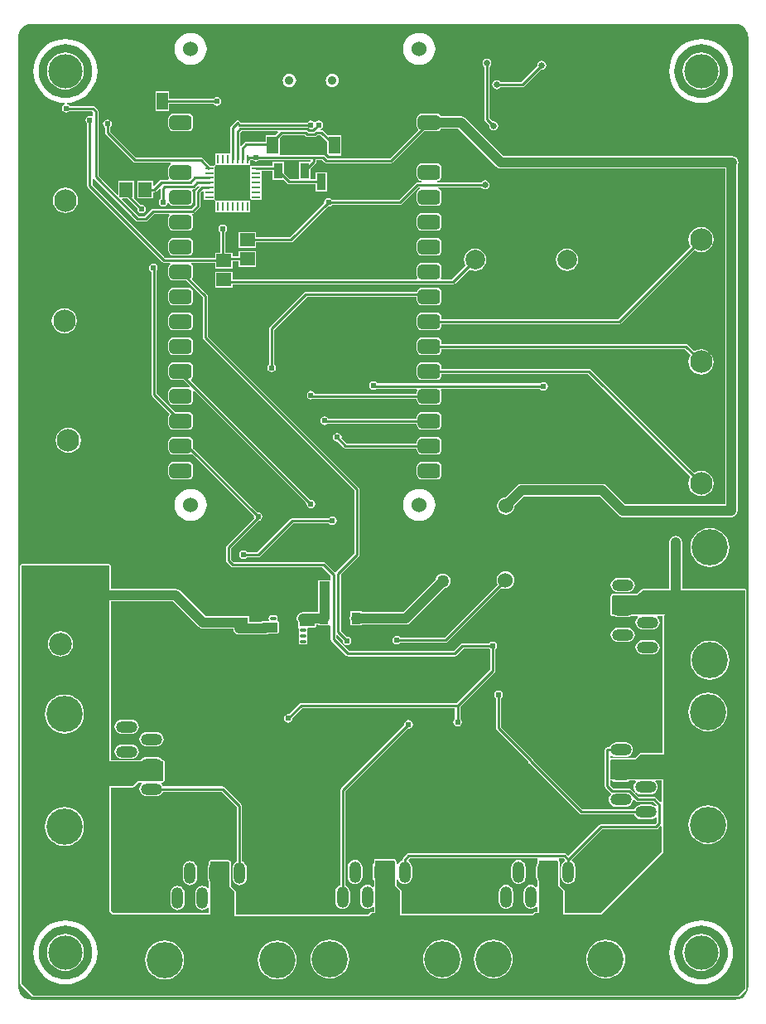
<source format=gbl>
G04*
G04 #@! TF.GenerationSoftware,Altium Limited,CircuitMaker,2.0.3 (51)*
G04*
G04 Layer_Physical_Order=2*
G04 Layer_Color=11436288*
%FSLAX24Y24*%
%MOIN*%
G70*
G04*
G04 #@! TF.SameCoordinates,3954AB4D-5D0B-4665-A105-1F8CE3EC6163*
G04*
G04*
G04 #@! TF.FilePolarity,Positive*
G04*
G01*
G75*
%ADD10C,0.0098*%
%ADD11C,0.0100*%
%ADD41C,0.0600*%
%ADD53R,0.0531X0.0610*%
%ADD62R,0.0610X0.0531*%
%ADD69R,0.0453X0.0709*%
%ADD71C,0.0197*%
%ADD72C,0.0394*%
%ADD73C,0.0906*%
%ADD74O,0.0866X0.0472*%
%ADD75C,0.1457*%
G04:AMPARAMS|DCode=76|XSize=27.6mil|YSize=114.2mil|CornerRadius=6.9mil|HoleSize=0mil|Usage=FLASHONLY|Rotation=0.000|XOffset=0mil|YOffset=0mil|HoleType=Round|Shape=RoundedRectangle|*
%AMROUNDEDRECTD76*
21,1,0.0276,0.1004,0,0,0.0*
21,1,0.0138,0.1142,0,0,0.0*
1,1,0.0138,0.0069,-0.0502*
1,1,0.0138,-0.0069,-0.0502*
1,1,0.0138,-0.0069,0.0502*
1,1,0.0138,0.0069,0.0502*
%
%ADD76ROUNDEDRECTD76*%
G04:AMPARAMS|DCode=77|XSize=60mil|YSize=90mil|CornerRadius=15mil|HoleSize=0mil|Usage=FLASHONLY|Rotation=270.000|XOffset=0mil|YOffset=0mil|HoleType=Round|Shape=RoundedRectangle|*
%AMROUNDEDRECTD77*
21,1,0.0600,0.0600,0,0,270.0*
21,1,0.0300,0.0900,0,0,270.0*
1,1,0.0300,-0.0300,-0.0150*
1,1,0.0300,-0.0300,0.0150*
1,1,0.0300,0.0300,0.0150*
1,1,0.0300,0.0300,-0.0150*
%
%ADD77ROUNDEDRECTD77*%
%ADD78C,0.0787*%
%ADD79C,0.1000*%
%ADD80C,0.0354*%
%ADD81O,0.0472X0.0866*%
%ADD82C,0.0240*%
%ADD83C,0.0500*%
%ADD84C,0.0236*%
%ADD85C,0.0256*%
%ADD86C,0.1378*%
%ADD87R,0.0354X0.0669*%
%ADD88R,0.0354X0.0630*%
%ADD89R,0.1280X0.1280*%
%ADD90R,0.0354X0.0098*%
%ADD91R,0.0098X0.0354*%
%ADD92R,0.0358X0.0480*%
G04:AMPARAMS|DCode=93|XSize=25.6mil|YSize=11.8mil|CornerRadius=3mil|HoleSize=0mil|Usage=FLASHONLY|Rotation=0.000|XOffset=0mil|YOffset=0mil|HoleType=Round|Shape=RoundedRectangle|*
%AMROUNDEDRECTD93*
21,1,0.0256,0.0059,0,0,0.0*
21,1,0.0197,0.0118,0,0,0.0*
1,1,0.0059,0.0098,-0.0030*
1,1,0.0059,-0.0098,-0.0030*
1,1,0.0059,-0.0098,0.0030*
1,1,0.0059,0.0098,0.0030*
%
%ADD93ROUNDEDRECTD93*%
%ADD94R,0.0394X0.0669*%
%ADD95R,0.0669X0.0394*%
%ADD96C,0.0063*%
%ADD97R,0.0630X0.0433*%
%ADD98R,0.0591X0.0394*%
%ADD99R,0.0748X0.0354*%
G36*
X38780Y49140D02*
D01*
X38829Y49135D01*
X38914Y49123D01*
X39039Y49072D01*
X39147Y48989D01*
X39229Y48882D01*
X39281Y48756D01*
X39292Y48670D01*
X39298Y48622D01*
X39298Y48622D01*
X39298Y48572D01*
Y10483D01*
X39298Y10433D01*
X39292Y10385D01*
X39281Y10299D01*
X39229Y10174D01*
X39147Y10066D01*
X39039Y9984D01*
X38914Y9932D01*
X38827Y9920D01*
X38780Y9915D01*
X38730Y9915D01*
X38730Y9915D01*
X10483D01*
X10433Y9915D01*
X10385Y9920D01*
X10299Y9932D01*
X10174Y9984D01*
X10066Y10066D01*
X9984Y10174D01*
X9932Y10299D01*
X9920Y10385D01*
X9915Y10433D01*
X9915Y10483D01*
X9915Y10483D01*
Y48573D01*
X9915Y48622D01*
X9920Y48670D01*
X9932Y48756D01*
X9984Y48882D01*
X10066Y48989D01*
X10174Y49072D01*
X10299Y49123D01*
X10385Y49135D01*
X10433Y49140D01*
X10483Y49140D01*
X38730D01*
X38780Y49140D01*
D02*
G37*
%LPC*%
G36*
X26052Y48779D02*
X25927Y48767D01*
X25806Y48730D01*
X25694Y48671D01*
X25596Y48591D01*
X25516Y48493D01*
X25457Y48381D01*
X25420Y48260D01*
X25408Y48135D01*
X25420Y48009D01*
X25457Y47888D01*
X25516Y47776D01*
X25596Y47679D01*
X25694Y47598D01*
X25806Y47539D01*
X25927Y47502D01*
X26052Y47490D01*
X26178Y47502D01*
X26299Y47539D01*
X26411Y47598D01*
X26508Y47679D01*
X26589Y47776D01*
X26648Y47888D01*
X26685Y48009D01*
X26697Y48135D01*
X26685Y48260D01*
X26648Y48381D01*
X26589Y48493D01*
X26508Y48591D01*
X26411Y48671D01*
X26299Y48730D01*
X26178Y48767D01*
X26052Y48779D01*
D02*
G37*
G36*
X16856D02*
X16730Y48767D01*
X16609Y48730D01*
X16497Y48671D01*
X16400Y48591D01*
X16319Y48493D01*
X16260Y48381D01*
X16223Y48260D01*
X16211Y48135D01*
X16223Y48009D01*
X16260Y47888D01*
X16319Y47776D01*
X16400Y47679D01*
X16497Y47598D01*
X16609Y47539D01*
X16730Y47502D01*
X16856Y47490D01*
X16981Y47502D01*
X17102Y47539D01*
X17214Y47598D01*
X17311Y47679D01*
X17392Y47776D01*
X17451Y47888D01*
X17488Y48009D01*
X17500Y48135D01*
X17488Y48260D01*
X17451Y48381D01*
X17392Y48493D01*
X17311Y48591D01*
X17214Y48671D01*
X17102Y48730D01*
X16981Y48767D01*
X16856Y48779D01*
D02*
G37*
G36*
X30984Y47663D02*
X30914Y47649D01*
X30855Y47609D01*
X30816Y47550D01*
X30802Y47480D01*
X30808Y47449D01*
X30154Y46795D01*
X29320D01*
X29302Y46822D01*
X29243Y46862D01*
X29173Y46876D01*
X29103Y46862D01*
X29044Y46822D01*
X29004Y46763D01*
X28991Y46693D01*
X29004Y46623D01*
X29044Y46564D01*
X29103Y46524D01*
X29173Y46510D01*
X29243Y46524D01*
X29302Y46564D01*
X29320Y46591D01*
X30197D01*
X30236Y46598D01*
X30269Y46621D01*
X30953Y47304D01*
X30984Y47298D01*
X31054Y47312D01*
X31113Y47351D01*
X31153Y47410D01*
X31167Y47480D01*
X31153Y47550D01*
X31113Y47609D01*
X31054Y47649D01*
X30984Y47663D01*
D02*
G37*
G36*
X22559Y47140D02*
X22489Y47131D01*
X22424Y47104D01*
X22368Y47061D01*
X22325Y47005D01*
X22298Y46940D01*
X22289Y46870D01*
X22298Y46800D01*
X22325Y46735D01*
X22368Y46679D01*
X22424Y46636D01*
X22489Y46609D01*
X22559Y46600D01*
X22629Y46609D01*
X22694Y46636D01*
X22750Y46679D01*
X22793Y46735D01*
X22820Y46800D01*
X22829Y46870D01*
X22820Y46940D01*
X22793Y47005D01*
X22750Y47061D01*
X22694Y47104D01*
X22629Y47131D01*
X22559Y47140D01*
D02*
G37*
G36*
X20827D02*
X20757Y47131D01*
X20692Y47104D01*
X20636Y47061D01*
X20593Y47005D01*
X20566Y46940D01*
X20557Y46870D01*
X20566Y46800D01*
X20593Y46735D01*
X20636Y46679D01*
X20692Y46636D01*
X20757Y46609D01*
X20827Y46600D01*
X20897Y46609D01*
X20962Y46636D01*
X21018Y46679D01*
X21061Y46735D01*
X21088Y46800D01*
X21097Y46870D01*
X21088Y46940D01*
X21061Y47005D01*
X21018Y47061D01*
X20962Y47104D01*
X20897Y47131D01*
X20827Y47140D01*
D02*
G37*
G36*
X37402Y48530D02*
X37200Y48515D01*
X37004Y48467D01*
X36818Y48390D01*
X36646Y48285D01*
X36492Y48154D01*
X36361Y48000D01*
X36256Y47828D01*
X36178Y47642D01*
X36131Y47445D01*
X36115Y47244D01*
X36131Y47043D01*
X36178Y46847D01*
X36256Y46660D01*
X36361Y46488D01*
X36492Y46335D01*
X36646Y46203D01*
X36818Y46098D01*
X37004Y46021D01*
X37200Y45974D01*
X37402Y45958D01*
X37603Y45974D01*
X37799Y46021D01*
X37986Y46098D01*
X38158Y46203D01*
X38311Y46335D01*
X38442Y46488D01*
X38548Y46660D01*
X38625Y46847D01*
X38672Y47043D01*
X38688Y47244D01*
X38672Y47445D01*
X38625Y47642D01*
X38548Y47828D01*
X38442Y48000D01*
X38311Y48154D01*
X38158Y48285D01*
X37986Y48390D01*
X37799Y48467D01*
X37603Y48515D01*
X37402Y48530D01*
D02*
G37*
G36*
X15986Y46429D02*
X15431D01*
Y45618D01*
X15986D01*
Y45921D01*
X17776D01*
X17790Y45900D01*
X17847Y45862D01*
X17913Y45849D01*
X17980Y45862D01*
X18037Y45900D01*
X18075Y45957D01*
X18088Y46024D01*
X18075Y46090D01*
X18037Y46147D01*
X17980Y46185D01*
X17913Y46198D01*
X17847Y46185D01*
X17790Y46147D01*
X17776Y46126D01*
X15986D01*
Y46429D01*
D02*
G37*
G36*
X11811Y48530D02*
X11610Y48515D01*
X11414Y48467D01*
X11227Y48390D01*
X11055Y48285D01*
X10901Y48154D01*
X10770Y48000D01*
X10665Y47828D01*
X10588Y47642D01*
X10541Y47445D01*
X10525Y47244D01*
X10541Y47043D01*
X10588Y46847D01*
X10665Y46660D01*
X10770Y46488D01*
X10901Y46335D01*
X11055Y46203D01*
X11227Y46098D01*
X11414Y46021D01*
X11610Y45974D01*
X11782Y45960D01*
X11785Y45910D01*
X11784Y45909D01*
X11727Y45872D01*
X11689Y45815D01*
X11676Y45748D01*
X11689Y45681D01*
X11727Y45625D01*
X11784Y45587D01*
X11850Y45573D01*
X11917Y45587D01*
X11974Y45625D01*
X11988Y45646D01*
X12871D01*
X12929Y45588D01*
Y45452D01*
X12879Y45426D01*
X12862Y45437D01*
X12795Y45450D01*
X12728Y45437D01*
X12672Y45399D01*
X12634Y45342D01*
X12621Y45276D01*
X12634Y45209D01*
X12672Y45152D01*
X12693Y45138D01*
Y42638D01*
X12701Y42599D01*
X12723Y42565D01*
X15715Y39573D01*
X15748Y39551D01*
X15787Y39543D01*
X16018D01*
X16033Y39493D01*
X16009Y39477D01*
X15964Y39410D01*
X15949Y39332D01*
Y39032D01*
X15964Y38953D01*
X16009Y38887D01*
X16075Y38842D01*
X16154Y38827D01*
X16664D01*
X17339Y38152D01*
Y36535D01*
X17346Y36496D01*
X17369Y36463D01*
X23441Y30391D01*
Y27838D01*
X22723Y27120D01*
X22714Y27106D01*
X22707Y27102D01*
X22661Y27096D01*
X22653Y27098D01*
X22277Y27474D01*
X22244Y27496D01*
X22205Y27504D01*
X18586D01*
X18488Y27601D01*
Y28068D01*
X19579Y29158D01*
X19634Y29169D01*
X19690Y29207D01*
X19728Y29264D01*
X19742Y29331D01*
X19728Y29398D01*
X19690Y29454D01*
X19634Y29492D01*
X19567Y29505D01*
X19542Y29500D01*
X16959Y32083D01*
Y32332D01*
X16943Y32410D01*
X16899Y32477D01*
X16832Y32521D01*
X16754Y32537D01*
X16154D01*
X16075Y32521D01*
X16009Y32477D01*
X15964Y32410D01*
X15949Y32332D01*
Y32032D01*
X15964Y31953D01*
X16009Y31887D01*
X16075Y31842D01*
X16154Y31827D01*
X16754D01*
X16832Y31842D01*
X16879Y31874D01*
X19397Y29356D01*
X19392Y29331D01*
X19404Y29273D01*
X18313Y28183D01*
X18291Y28149D01*
X18283Y28110D01*
Y27559D01*
X18291Y27520D01*
X18313Y27487D01*
X18471Y27329D01*
X18504Y27307D01*
X18543Y27299D01*
X22162D01*
X22496Y26965D01*
Y26821D01*
X22484Y26776D01*
X22446Y26776D01*
X21988D01*
Y26415D01*
X21983Y26391D01*
Y25499D01*
X21378D01*
X21281Y25480D01*
X21199Y25425D01*
X21144Y25343D01*
X21125Y25246D01*
X21144Y25149D01*
X21165Y25118D01*
Y24921D01*
X21181Y24882D01*
X21204Y24835D01*
X21197Y24803D01*
Y24744D01*
X21204Y24713D01*
X21221Y24686D01*
X21223Y24685D01*
Y24626D01*
X21221Y24625D01*
X21204Y24598D01*
X21197Y24567D01*
Y24508D01*
X21204Y24476D01*
X21221Y24450D01*
X21223Y24449D01*
Y24390D01*
X21221Y24389D01*
X21204Y24362D01*
X21197Y24331D01*
Y24272D01*
X21204Y24240D01*
X21221Y24213D01*
X21248Y24196D01*
X21280Y24189D01*
X21476D01*
X21508Y24196D01*
X21535Y24213D01*
X21552Y24240D01*
X21559Y24272D01*
Y24331D01*
X21552Y24362D01*
X21535Y24389D01*
X21533Y24390D01*
Y24449D01*
X21535Y24450D01*
X21552Y24476D01*
X21559Y24508D01*
Y24567D01*
X21552Y24598D01*
X21535Y24625D01*
X21533Y24626D01*
Y24685D01*
X21535Y24686D01*
X21552Y24713D01*
X21559Y24744D01*
Y24803D01*
X21556Y24816D01*
X21583Y24859D01*
X21592Y24866D01*
X21850D01*
X21890Y24882D01*
X21906Y24921D01*
Y24993D01*
X21989D01*
Y24957D01*
X22446D01*
X22449Y24957D01*
X22496Y24950D01*
Y24409D01*
X22504Y24370D01*
X22526Y24337D01*
X23117Y23747D01*
X23150Y23724D01*
X23164Y23721D01*
X23189Y23717D01*
X27480D01*
X27519Y23724D01*
X27553Y23747D01*
X27838Y24032D01*
X28878D01*
X28892Y24010D01*
X28913Y23996D01*
Y23192D01*
X27556Y21835D01*
X21299D01*
X21260Y21827D01*
X21227Y21805D01*
X20812Y21390D01*
X20787Y21395D01*
X20721Y21382D01*
X20664Y21344D01*
X20626Y21287D01*
X20613Y21220D01*
X20626Y21154D01*
X20664Y21097D01*
X20721Y21059D01*
X20787Y21046D01*
X20854Y21059D01*
X20911Y21097D01*
X20949Y21154D01*
X20962Y21220D01*
X20957Y21245D01*
X21342Y21630D01*
X27496D01*
Y21201D01*
X27475Y21186D01*
X27437Y21130D01*
X27424Y21063D01*
X27437Y20996D01*
X27475Y20940D01*
X27532Y20902D01*
X27598Y20888D01*
X27665Y20902D01*
X27722Y20940D01*
X27760Y20996D01*
X27773Y21063D01*
X27760Y21130D01*
X27722Y21186D01*
X27701Y21201D01*
Y21690D01*
X29088Y23077D01*
X29110Y23110D01*
X29118Y23150D01*
Y23996D01*
X29139Y24010D01*
X29177Y24067D01*
X29190Y24134D01*
X29177Y24201D01*
X29139Y24257D01*
X29083Y24295D01*
X29016Y24308D01*
X28949Y24295D01*
X28892Y24257D01*
X28878Y24236D01*
X27795D01*
X27756Y24228D01*
X27723Y24206D01*
X27438Y23921D01*
X23231D01*
X22701Y24452D01*
Y24564D01*
X22751Y24585D01*
X22980Y24356D01*
X22975Y24331D01*
X22988Y24264D01*
X23026Y24207D01*
X23083Y24169D01*
X23150Y24156D01*
X23216Y24169D01*
X23273Y24207D01*
X23311Y24264D01*
X23324Y24331D01*
X23311Y24398D01*
X23273Y24454D01*
X23216Y24492D01*
X23150Y24505D01*
X23125Y24500D01*
X22898Y24727D01*
Y27005D01*
X23616Y27723D01*
X23638Y27756D01*
X23646Y27795D01*
Y30433D01*
X23638Y30472D01*
X23616Y30505D01*
X17543Y36578D01*
Y38195D01*
X17536Y38234D01*
X17513Y38267D01*
X16899Y38882D01*
X16899Y38887D01*
X16943Y38953D01*
X16959Y39032D01*
Y39332D01*
X16943Y39410D01*
X16899Y39477D01*
X16875Y39493D01*
X16890Y39543D01*
X17834D01*
Y39307D01*
X18547D01*
Y39593D01*
X18778D01*
Y39378D01*
X19490D01*
Y40012D01*
X18778D01*
Y39797D01*
X18547D01*
Y39940D01*
X18252D01*
Y40768D01*
X18273Y40782D01*
X18311Y40839D01*
X18324Y40906D01*
X18311Y40972D01*
X18273Y41029D01*
X18216Y41067D01*
X18150Y41080D01*
X18083Y41067D01*
X18026Y41029D01*
X17988Y40972D01*
X17975Y40906D01*
X17988Y40839D01*
X18026Y40782D01*
X18047Y40768D01*
Y39940D01*
X17834D01*
Y39748D01*
X15830D01*
X12898Y42680D01*
Y42925D01*
X12948Y42940D01*
X12959Y42923D01*
X14655Y41227D01*
X14688Y41205D01*
X14728Y41197D01*
X15039D01*
X15079Y41205D01*
X15112Y41227D01*
X15397Y41512D01*
X15978D01*
X15999Y41462D01*
X15964Y41410D01*
X15949Y41332D01*
Y41032D01*
X15964Y40953D01*
X16009Y40887D01*
X16075Y40842D01*
X16154Y40827D01*
X16754D01*
X16832Y40842D01*
X16899Y40887D01*
X16943Y40953D01*
X16959Y41032D01*
Y41332D01*
X16943Y41410D01*
X16909Y41462D01*
X16930Y41512D01*
X16944D01*
X16983Y41520D01*
X17016Y41542D01*
X17230Y41755D01*
X17252Y41789D01*
X17260Y41828D01*
Y42351D01*
X17320Y42412D01*
X17370Y42391D01*
Y42065D01*
X17782Y42065D01*
X17797Y42065D01*
X17814Y42061D01*
X17826Y42057D01*
X17837Y42049D01*
X17844Y42038D01*
X17849Y42026D01*
X17852Y42010D01*
X17852Y41995D01*
Y41583D01*
X19234D01*
X19234Y41995D01*
X19234Y42010D01*
X19238Y42026D01*
X19242Y42038D01*
X19250Y42049D01*
X19261Y42057D01*
X19273Y42061D01*
X19289Y42065D01*
X19304Y42065D01*
X19717D01*
Y42459D01*
Y42852D01*
Y43244D01*
X20146D01*
Y42862D01*
X20595D01*
X20735Y42723D01*
X20768Y42701D01*
X20807Y42693D01*
X21878D01*
Y42409D01*
X22335D01*
Y43181D01*
X21878D01*
Y42898D01*
X21665D01*
Y43312D01*
X21883Y43530D01*
X21906Y43563D01*
X21913Y43602D01*
Y43677D01*
X22134D01*
X22235Y43575D01*
X22269Y43553D01*
X22308Y43545D01*
X24920D01*
X24959Y43553D01*
X24992Y43575D01*
X26244Y44827D01*
X26754D01*
X26832Y44842D01*
X26899Y44887D01*
X26927Y44929D01*
X27627D01*
X29152Y43404D01*
X29234Y43349D01*
X29331Y43330D01*
X38369D01*
Y29820D01*
X34357D01*
X33604Y30573D01*
X33522Y30627D01*
X33425Y30647D01*
X30169D01*
X30073Y30627D01*
X29990Y30573D01*
X29535Y30117D01*
X29448Y30106D01*
X29362Y30071D01*
X29289Y30014D01*
X29233Y29941D01*
X29197Y29855D01*
X29185Y29764D01*
X29197Y29672D01*
X29233Y29587D01*
X29289Y29513D01*
X29362Y29457D01*
X29448Y29422D01*
X29539Y29410D01*
X29631Y29422D01*
X29716Y29457D01*
X29790Y29513D01*
X29846Y29587D01*
X29882Y29672D01*
X29893Y29760D01*
X30274Y30141D01*
X33320D01*
X34073Y29388D01*
X34155Y29333D01*
X34252Y29314D01*
X38622D01*
X38719Y29333D01*
X38801Y29388D01*
X38856Y29470D01*
X38875Y29567D01*
Y43456D01*
X38895Y43486D01*
X38914Y43583D01*
X38895Y43679D01*
X38840Y43762D01*
X38758Y43816D01*
X38661Y43836D01*
X29435D01*
X27910Y45361D01*
X27828Y45416D01*
X27731Y45435D01*
X26927D01*
X26899Y45477D01*
X26832Y45521D01*
X26754Y45537D01*
X26154D01*
X26075Y45521D01*
X26009Y45477D01*
X25964Y45410D01*
X25949Y45332D01*
Y45032D01*
X25964Y44953D01*
X26009Y44887D01*
X26009Y44882D01*
X24877Y43750D01*
X22350D01*
X22248Y43852D01*
X22215Y43874D01*
X22176Y43882D01*
X20435D01*
Y44542D01*
X20554Y44661D01*
X21442D01*
X21467Y44636D01*
X21500Y44614D01*
X21540Y44606D01*
X21846D01*
X21885Y44614D01*
X21919Y44636D01*
X21944Y44661D01*
X22084D01*
X22360Y44385D01*
Y43846D01*
X22915D01*
Y44657D01*
X22377D01*
X22198Y44836D01*
X22165Y44858D01*
X22126Y44866D01*
X22073D01*
X22068Y44916D01*
X22075Y44917D01*
X22131Y44955D01*
X22169Y45012D01*
X22182Y45079D01*
X22169Y45146D01*
X22131Y45202D01*
X22075Y45240D01*
X22008Y45253D01*
X21941Y45240D01*
X21884Y45202D01*
X21875Y45189D01*
X21825D01*
X21816Y45202D01*
X21760Y45240D01*
X21693Y45253D01*
X21626Y45240D01*
X21569Y45202D01*
X21555Y45181D01*
X18861D01*
X18813Y45230D01*
X18813Y45230D01*
X18779Y45252D01*
X18779Y45252D01*
X18758Y45256D01*
X18740Y45260D01*
X18740D01*
X18701Y45252D01*
X18701Y45252D01*
X18701Y45252D01*
X18688Y45243D01*
X18668Y45230D01*
X18471Y45033D01*
X18449Y45000D01*
X18449Y45000D01*
X18449Y45000D01*
X18441Y44961D01*
Y43929D01*
X17852D01*
X17852Y43517D01*
X17852Y43502D01*
X17849Y43485D01*
X17844Y43474D01*
X17837Y43462D01*
X17826Y43455D01*
X17814Y43451D01*
X17797Y43447D01*
X17782Y43447D01*
X17633D01*
X17346Y43734D01*
X17313Y43756D01*
X17274Y43764D01*
X14649D01*
X13606Y44806D01*
Y44981D01*
X13627Y44995D01*
X13665Y45051D01*
X13679Y45118D01*
X13665Y45185D01*
X13627Y45242D01*
X13571Y45279D01*
X13504Y45293D01*
X13437Y45279D01*
X13380Y45242D01*
X13343Y45185D01*
X13329Y45118D01*
X13343Y45051D01*
X13380Y44995D01*
X13402Y44981D01*
Y44764D01*
X13409Y44725D01*
X13432Y44691D01*
X14534Y43589D01*
X14567Y43567D01*
X14606Y43559D01*
X16042D01*
X16057Y43509D01*
X16009Y43477D01*
X15964Y43410D01*
X15949Y43332D01*
Y43032D01*
X15964Y42953D01*
X15977Y42934D01*
X15951Y42884D01*
X15695D01*
X15656Y42876D01*
X15623Y42854D01*
X15396Y42628D01*
X15346Y42649D01*
Y42837D01*
X14713D01*
Y42124D01*
X15346D01*
Y42378D01*
X15394D01*
X15433Y42386D01*
X15466Y42408D01*
X15599Y42541D01*
X15639Y42523D01*
X15646Y42517D01*
Y42106D01*
X15625Y42092D01*
X15587Y42035D01*
X15573Y41968D01*
X15587Y41902D01*
X15625Y41845D01*
X15681Y41807D01*
X15748Y41794D01*
X15815Y41807D01*
X15871Y41845D01*
X15909Y41902D01*
X15917Y41941D01*
X15940Y41947D01*
X15969Y41946D01*
X16009Y41887D01*
X16075Y41842D01*
X16154Y41827D01*
X16754D01*
X16832Y41842D01*
X16899Y41887D01*
X16943Y41953D01*
X16959Y42032D01*
Y42332D01*
X16943Y42410D01*
X16920Y42446D01*
X16946Y42496D01*
X16968D01*
X17008Y42504D01*
X17041Y42526D01*
X17156Y42641D01*
X17185Y42637D01*
X17203Y42584D01*
X17085Y42466D01*
X17063Y42433D01*
X17055Y42394D01*
Y41870D01*
X16901Y41717D01*
X15354D01*
X15315Y41709D01*
X15282Y41687D01*
X14997Y41402D01*
X14770D01*
X14094Y42078D01*
X14113Y42124D01*
X14306D01*
X14712Y41718D01*
X14707Y41693D01*
X14721Y41626D01*
X14758Y41569D01*
X14815Y41532D01*
X14882Y41518D01*
X14949Y41532D01*
X15005Y41569D01*
X15043Y41626D01*
X15057Y41693D01*
X15043Y41760D01*
X15005Y41816D01*
X14949Y41854D01*
X14882Y41868D01*
X14857Y41863D01*
X14579Y42141D01*
Y42837D01*
X13945D01*
Y42292D01*
X13899Y42273D01*
X13134Y43038D01*
Y45630D01*
X13126Y45669D01*
X13104Y45702D01*
X12986Y45820D01*
X12953Y45843D01*
X12913Y45850D01*
X11988D01*
X11974Y45872D01*
X11917Y45909D01*
X11893Y45914D01*
X11896Y45965D01*
X12012Y45974D01*
X12208Y46021D01*
X12395Y46098D01*
X12567Y46203D01*
X12721Y46335D01*
X12852Y46488D01*
X12957Y46660D01*
X13034Y46847D01*
X13081Y47043D01*
X13097Y47244D01*
X13081Y47445D01*
X13034Y47642D01*
X12957Y47828D01*
X12852Y48000D01*
X12721Y48154D01*
X12567Y48285D01*
X12395Y48390D01*
X12208Y48467D01*
X12012Y48515D01*
X11811Y48530D01*
D02*
G37*
G36*
X28780Y47742D02*
X28710Y47728D01*
X28650Y47688D01*
X28611Y47629D01*
X28597Y47559D01*
X28611Y47489D01*
X28650Y47430D01*
X28677Y47412D01*
Y45315D01*
X28685Y45276D01*
X28707Y45243D01*
X28879Y45071D01*
X28872Y45039D01*
X28886Y44969D01*
X28926Y44910D01*
X28985Y44871D01*
X29055Y44857D01*
X29125Y44871D01*
X29184Y44910D01*
X29224Y44969D01*
X29238Y45039D01*
X29224Y45109D01*
X29184Y45169D01*
X29125Y45208D01*
X29055Y45222D01*
X29024Y45216D01*
X28882Y45357D01*
Y47412D01*
X28909Y47430D01*
X28948Y47489D01*
X28962Y47559D01*
X28948Y47629D01*
X28909Y47688D01*
X28849Y47728D01*
X28780Y47742D01*
D02*
G37*
G36*
X16754Y45537D02*
X16154D01*
X16075Y45521D01*
X16009Y45477D01*
X15964Y45410D01*
X15949Y45332D01*
Y45032D01*
X15964Y44953D01*
X16009Y44887D01*
X16075Y44842D01*
X16154Y44827D01*
X16754D01*
X16832Y44842D01*
X16899Y44887D01*
X16943Y44953D01*
X16959Y45032D01*
Y45332D01*
X16943Y45410D01*
X16899Y45477D01*
X16832Y45521D01*
X16754Y45537D01*
D02*
G37*
G36*
X26754Y43537D02*
X26154D01*
X26075Y43521D01*
X26009Y43477D01*
X25964Y43410D01*
X25949Y43332D01*
Y43032D01*
X25964Y42953D01*
X26009Y42887D01*
X26075Y42842D01*
X26140Y42830D01*
X26135Y42780D01*
X25984D01*
X25945Y42772D01*
X25912Y42750D01*
X25233Y42071D01*
X22539D01*
X22525Y42092D01*
X22468Y42130D01*
X22402Y42143D01*
X22335Y42130D01*
X22278Y42092D01*
X22240Y42035D01*
X22227Y41968D01*
X22232Y41944D01*
X20853Y40565D01*
X19490D01*
Y40780D01*
X18778D01*
Y40146D01*
X19490D01*
Y40360D01*
X20896D01*
X20935Y40368D01*
X20968Y40390D01*
X22377Y41799D01*
X22402Y41794D01*
X22468Y41807D01*
X22525Y41845D01*
X22539Y41866D01*
X25276D01*
X25315Y41874D01*
X25348Y41896D01*
X26027Y42575D01*
X26088D01*
X26093Y42525D01*
X26075Y42521D01*
X26009Y42477D01*
X25964Y42410D01*
X25949Y42332D01*
Y42032D01*
X25964Y41953D01*
X26009Y41887D01*
X26075Y41842D01*
X26154Y41827D01*
X26754D01*
X26832Y41842D01*
X26899Y41887D01*
X26943Y41953D01*
X26959Y42032D01*
Y42332D01*
X26943Y42410D01*
X26899Y42477D01*
X26832Y42521D01*
X26815Y42525D01*
X26820Y42575D01*
X28554D01*
X28572Y42548D01*
X28631Y42508D01*
X28701Y42495D01*
X28771Y42508D01*
X28830Y42548D01*
X28870Y42607D01*
X28883Y42677D01*
X28870Y42747D01*
X28830Y42806D01*
X28771Y42846D01*
X28701Y42860D01*
X28631Y42846D01*
X28572Y42806D01*
X28554Y42780D01*
X26773D01*
X26768Y42830D01*
X26832Y42842D01*
X26899Y42887D01*
X26943Y42953D01*
X26959Y43032D01*
Y43332D01*
X26943Y43410D01*
X26899Y43477D01*
X26832Y43521D01*
X26754Y43537D01*
D02*
G37*
G36*
X11811Y42556D02*
X11679Y42538D01*
X11557Y42487D01*
X11452Y42407D01*
X11371Y42301D01*
X11320Y42179D01*
X11303Y42047D01*
X11320Y41916D01*
X11371Y41793D01*
X11452Y41688D01*
X11557Y41607D01*
X11679Y41556D01*
X11811Y41539D01*
X11943Y41556D01*
X12065Y41607D01*
X12170Y41688D01*
X12251Y41793D01*
X12302Y41916D01*
X12319Y42047D01*
X12302Y42179D01*
X12251Y42301D01*
X12170Y42407D01*
X12065Y42487D01*
X11943Y42538D01*
X11811Y42556D01*
D02*
G37*
G36*
X26754Y41537D02*
X26154D01*
X26075Y41521D01*
X26009Y41477D01*
X25964Y41410D01*
X25949Y41332D01*
Y41032D01*
X25964Y40953D01*
X26009Y40887D01*
X26075Y40842D01*
X26154Y40827D01*
X26754D01*
X26832Y40842D01*
X26899Y40887D01*
X26943Y40953D01*
X26959Y41032D01*
Y41332D01*
X26943Y41410D01*
X26899Y41477D01*
X26832Y41521D01*
X26754Y41537D01*
D02*
G37*
G36*
X37402Y40981D02*
X37270Y40963D01*
X37147Y40913D01*
X37042Y40832D01*
X36961Y40727D01*
X36911Y40604D01*
X36893Y40472D01*
X36911Y40341D01*
X36961Y40218D01*
X36979Y40195D01*
X34069Y37284D01*
X26959D01*
Y37332D01*
X26943Y37410D01*
X26899Y37477D01*
X26832Y37521D01*
X26754Y37537D01*
X26154D01*
X26075Y37521D01*
X26009Y37477D01*
X25964Y37410D01*
X25949Y37332D01*
Y37032D01*
X25964Y36953D01*
X26009Y36887D01*
X26075Y36842D01*
X26154Y36827D01*
X26754D01*
X26832Y36842D01*
X26899Y36887D01*
X26943Y36953D01*
X26959Y37032D01*
Y37080D01*
X34111D01*
X34150Y37087D01*
X34183Y37110D01*
X37124Y40050D01*
X37147Y40032D01*
X37270Y39981D01*
X37402Y39964D01*
X37533Y39981D01*
X37656Y40032D01*
X37761Y40113D01*
X37842Y40218D01*
X37893Y40341D01*
X37910Y40472D01*
X37893Y40604D01*
X37842Y40727D01*
X37761Y40832D01*
X37656Y40913D01*
X37533Y40963D01*
X37402Y40981D01*
D02*
G37*
G36*
X26754Y40537D02*
X26154D01*
X26075Y40521D01*
X26009Y40477D01*
X25964Y40410D01*
X25949Y40332D01*
Y40032D01*
X25964Y39953D01*
X26009Y39887D01*
X26075Y39842D01*
X26154Y39827D01*
X26754D01*
X26832Y39842D01*
X26899Y39887D01*
X26943Y39953D01*
X26959Y40032D01*
Y40332D01*
X26943Y40410D01*
X26899Y40477D01*
X26832Y40521D01*
X26754Y40537D01*
D02*
G37*
G36*
X16754D02*
X16154D01*
X16075Y40521D01*
X16009Y40477D01*
X15964Y40410D01*
X15949Y40332D01*
Y40032D01*
X15964Y39953D01*
X16009Y39887D01*
X16075Y39842D01*
X16154Y39827D01*
X16754D01*
X16832Y39842D01*
X16899Y39887D01*
X16943Y39953D01*
X16959Y40032D01*
Y40332D01*
X16943Y40410D01*
X16899Y40477D01*
X16832Y40521D01*
X16754Y40537D01*
D02*
G37*
G36*
X32007Y40110D02*
X31891Y40095D01*
X31783Y40050D01*
X31690Y39979D01*
X31619Y39886D01*
X31574Y39778D01*
X31558Y39661D01*
X31574Y39545D01*
X31619Y39437D01*
X31690Y39344D01*
X31783Y39273D01*
X31891Y39228D01*
X32007Y39213D01*
X32123Y39228D01*
X32231Y39273D01*
X32324Y39344D01*
X32396Y39437D01*
X32441Y39545D01*
X32456Y39661D01*
X32441Y39778D01*
X32396Y39886D01*
X32324Y39979D01*
X32231Y40050D01*
X32123Y40095D01*
X32007Y40110D01*
D02*
G37*
G36*
X28306D02*
X28190Y40095D01*
X28082Y40050D01*
X27989Y39979D01*
X27918Y39886D01*
X27873Y39778D01*
X27858Y39661D01*
X27873Y39545D01*
X27918Y39437D01*
X27926Y39426D01*
X27384Y38884D01*
X26957D01*
X26930Y38934D01*
X26943Y38953D01*
X26959Y39032D01*
Y39332D01*
X26943Y39410D01*
X26899Y39477D01*
X26832Y39521D01*
X26754Y39537D01*
X26154D01*
X26075Y39521D01*
X26009Y39477D01*
X25964Y39410D01*
X25949Y39332D01*
Y39032D01*
X25964Y38953D01*
X25977Y38934D01*
X25951Y38884D01*
X18547D01*
Y39173D01*
X17834D01*
Y38539D01*
X18547D01*
Y38679D01*
X27426D01*
X27466Y38687D01*
X27499Y38709D01*
X28071Y39281D01*
X28082Y39273D01*
X28190Y39228D01*
X28306Y39213D01*
X28422Y39228D01*
X28531Y39273D01*
X28624Y39344D01*
X28695Y39437D01*
X28740Y39545D01*
X28755Y39661D01*
X28740Y39778D01*
X28695Y39886D01*
X28624Y39979D01*
X28531Y40050D01*
X28422Y40095D01*
X28306Y40110D01*
D02*
G37*
G36*
X26754Y38537D02*
X26154D01*
X26075Y38521D01*
X26009Y38477D01*
X25964Y38410D01*
X25956Y38370D01*
X21496D01*
X21457Y38362D01*
X21424Y38340D01*
X20046Y36962D01*
X20024Y36929D01*
X20016Y36890D01*
Y35453D01*
X19995Y35438D01*
X19957Y35382D01*
X19944Y35315D01*
X19957Y35248D01*
X19995Y35191D01*
X20051Y35154D01*
X20118Y35140D01*
X20185Y35154D01*
X20242Y35191D01*
X20279Y35248D01*
X20293Y35315D01*
X20279Y35382D01*
X20242Y35438D01*
X20220Y35453D01*
Y36847D01*
X21538Y38165D01*
X25949D01*
Y38032D01*
X25964Y37953D01*
X26009Y37887D01*
X26075Y37842D01*
X26154Y37827D01*
X26754D01*
X26832Y37842D01*
X26899Y37887D01*
X26943Y37953D01*
X26959Y38032D01*
Y38332D01*
X26943Y38410D01*
X26899Y38477D01*
X26832Y38521D01*
X26754Y38537D01*
D02*
G37*
G36*
X16754D02*
X16154D01*
X16075Y38521D01*
X16009Y38477D01*
X15964Y38410D01*
X15949Y38332D01*
Y38032D01*
X15964Y37953D01*
X16009Y37887D01*
X16075Y37842D01*
X16154Y37827D01*
X16754D01*
X16832Y37842D01*
X16899Y37887D01*
X16943Y37953D01*
X16959Y38032D01*
Y38332D01*
X16943Y38410D01*
X16899Y38477D01*
X16832Y38521D01*
X16754Y38537D01*
D02*
G37*
G36*
Y37537D02*
X16154D01*
X16075Y37521D01*
X16009Y37477D01*
X15964Y37410D01*
X15949Y37332D01*
Y37032D01*
X15964Y36953D01*
X16009Y36887D01*
X16075Y36842D01*
X16154Y36827D01*
X16754D01*
X16832Y36842D01*
X16899Y36887D01*
X16943Y36953D01*
X16959Y37032D01*
Y37332D01*
X16943Y37410D01*
X16899Y37477D01*
X16832Y37521D01*
X16754Y37537D01*
D02*
G37*
G36*
X11772Y37713D02*
X11640Y37696D01*
X11518Y37645D01*
X11412Y37564D01*
X11331Y37459D01*
X11281Y37336D01*
X11263Y37205D01*
X11281Y37073D01*
X11331Y36951D01*
X11412Y36845D01*
X11518Y36765D01*
X11640Y36714D01*
X11772Y36696D01*
X11903Y36714D01*
X12026Y36765D01*
X12131Y36845D01*
X12212Y36951D01*
X12263Y37073D01*
X12280Y37205D01*
X12263Y37336D01*
X12212Y37459D01*
X12131Y37564D01*
X12026Y37645D01*
X11903Y37696D01*
X11772Y37713D01*
D02*
G37*
G36*
X16754Y36537D02*
X16154D01*
X16075Y36521D01*
X16009Y36477D01*
X15964Y36410D01*
X15949Y36332D01*
Y36032D01*
X15964Y35953D01*
X16009Y35887D01*
X16075Y35842D01*
X16154Y35827D01*
X16754D01*
X16832Y35842D01*
X16899Y35887D01*
X16943Y35953D01*
X16959Y36032D01*
Y36332D01*
X16943Y36410D01*
X16899Y36477D01*
X16832Y36521D01*
X16754Y36537D01*
D02*
G37*
G36*
X26754D02*
X26154D01*
X26075Y36521D01*
X26009Y36477D01*
X25964Y36410D01*
X25949Y36332D01*
Y36032D01*
X25964Y35953D01*
X26009Y35887D01*
X26075Y35842D01*
X26154Y35827D01*
X26754D01*
X26832Y35842D01*
X26899Y35887D01*
X26943Y35953D01*
X26959Y36032D01*
Y36080D01*
X36728D01*
X36979Y35829D01*
X36961Y35805D01*
X36911Y35683D01*
X36893Y35551D01*
X36911Y35420D01*
X36961Y35297D01*
X37042Y35192D01*
X37147Y35111D01*
X37270Y35060D01*
X37402Y35043D01*
X37533Y35060D01*
X37656Y35111D01*
X37761Y35192D01*
X37842Y35297D01*
X37893Y35420D01*
X37910Y35551D01*
X37893Y35683D01*
X37842Y35805D01*
X37761Y35911D01*
X37656Y35991D01*
X37533Y36042D01*
X37402Y36059D01*
X37270Y36042D01*
X37147Y35991D01*
X37124Y35973D01*
X36843Y36254D01*
X36810Y36276D01*
X36771Y36284D01*
X26959D01*
Y36332D01*
X26943Y36410D01*
X26899Y36477D01*
X26832Y36521D01*
X26754Y36537D01*
D02*
G37*
G36*
X16754Y35537D02*
X16154D01*
X16075Y35521D01*
X16009Y35477D01*
X15964Y35410D01*
X15949Y35332D01*
Y35032D01*
X15964Y34953D01*
X16009Y34887D01*
X16075Y34842D01*
X16154Y34827D01*
X16564D01*
X16815Y34576D01*
X16790Y34530D01*
X16754Y34537D01*
X16154D01*
X16075Y34521D01*
X16009Y34477D01*
X15964Y34410D01*
X15949Y34332D01*
Y34032D01*
X15964Y33953D01*
X16009Y33887D01*
X16075Y33842D01*
X16154Y33827D01*
X16754D01*
X16832Y33842D01*
X16899Y33887D01*
X16943Y33953D01*
X16959Y34032D01*
Y34332D01*
X16952Y34368D01*
X16998Y34393D01*
X21523Y29867D01*
X21518Y29843D01*
X21532Y29776D01*
X21569Y29719D01*
X21626Y29681D01*
X21693Y29668D01*
X21760Y29681D01*
X21816Y29719D01*
X21854Y29776D01*
X21868Y29843D01*
X21854Y29909D01*
X21816Y29966D01*
X21760Y30004D01*
X21693Y30017D01*
X21668Y30012D01*
X16864Y34817D01*
X16868Y34866D01*
X16899Y34887D01*
X16943Y34953D01*
X16959Y35032D01*
Y35332D01*
X16943Y35410D01*
X16899Y35477D01*
X16832Y35521D01*
X16754Y35537D01*
D02*
G37*
G36*
X24213Y34781D02*
X24146Y34768D01*
X24089Y34730D01*
X24051Y34673D01*
X24038Y34606D01*
X24051Y34539D01*
X24089Y34483D01*
X24146Y34445D01*
X24213Y34432D01*
X24279Y34445D01*
X24332Y34480D01*
X25951D01*
X25977Y34430D01*
X25964Y34410D01*
X25949Y34332D01*
Y34284D01*
X21851D01*
X21816Y34336D01*
X21760Y34374D01*
X21693Y34387D01*
X21626Y34374D01*
X21569Y34336D01*
X21532Y34279D01*
X21518Y34213D01*
X21532Y34146D01*
X21569Y34089D01*
X21626Y34051D01*
X21693Y34038D01*
X21760Y34051D01*
X21802Y34080D01*
X25949D01*
Y34032D01*
X25964Y33953D01*
X26009Y33887D01*
X26075Y33842D01*
X26154Y33827D01*
X26754D01*
X26832Y33842D01*
X26899Y33887D01*
X26943Y33953D01*
X26959Y34032D01*
Y34332D01*
X26943Y34410D01*
X26930Y34430D01*
X26957Y34480D01*
X30915D01*
X30940Y34443D01*
X30996Y34406D01*
X31063Y34392D01*
X31130Y34406D01*
X31186Y34443D01*
X31224Y34500D01*
X31238Y34567D01*
X31224Y34634D01*
X31186Y34690D01*
X31130Y34728D01*
X31063Y34742D01*
X30996Y34728D01*
X30940Y34690D01*
X30936Y34685D01*
X24366D01*
X24336Y34730D01*
X24279Y34768D01*
X24213Y34781D01*
D02*
G37*
G36*
X26754Y33537D02*
X26154D01*
X26075Y33521D01*
X26009Y33477D01*
X25964Y33410D01*
X25949Y33332D01*
Y33284D01*
X22386D01*
X22368Y33312D01*
X22311Y33350D01*
X22244Y33364D01*
X22177Y33350D01*
X22121Y33312D01*
X22083Y33256D01*
X22069Y33189D01*
X22083Y33122D01*
X22121Y33066D01*
X22177Y33028D01*
X22244Y33014D01*
X22311Y33028D01*
X22368Y33066D01*
X22377Y33080D01*
X25949D01*
Y33032D01*
X25964Y32953D01*
X26009Y32887D01*
X26075Y32842D01*
X26154Y32827D01*
X26754D01*
X26832Y32842D01*
X26899Y32887D01*
X26943Y32953D01*
X26959Y33032D01*
Y33332D01*
X26943Y33410D01*
X26899Y33477D01*
X26832Y33521D01*
X26754Y33537D01*
D02*
G37*
G36*
X15354Y39505D02*
X15288Y39492D01*
X15231Y39454D01*
X15193Y39398D01*
X15180Y39331D01*
X15193Y39264D01*
X15231Y39207D01*
X15288Y39169D01*
X15291Y39169D01*
Y34242D01*
X15299Y34203D01*
X15321Y34170D01*
X16009Y33482D01*
X16009Y33477D01*
X15964Y33410D01*
X15949Y33332D01*
Y33032D01*
X15964Y32953D01*
X16009Y32887D01*
X16075Y32842D01*
X16154Y32827D01*
X16754D01*
X16832Y32842D01*
X16899Y32887D01*
X16943Y32953D01*
X16959Y33032D01*
Y33332D01*
X16943Y33410D01*
X16899Y33477D01*
X16832Y33521D01*
X16754Y33537D01*
X16244D01*
X15496Y34285D01*
Y39235D01*
X15516Y39264D01*
X15529Y39331D01*
X15516Y39398D01*
X15478Y39454D01*
X15421Y39492D01*
X15354Y39505D01*
D02*
G37*
G36*
X11929Y32910D02*
X11798Y32893D01*
X11675Y32842D01*
X11570Y32761D01*
X11489Y32656D01*
X11438Y32533D01*
X11421Y32402D01*
X11438Y32270D01*
X11489Y32147D01*
X11570Y32042D01*
X11675Y31961D01*
X11798Y31911D01*
X11929Y31893D01*
X12061Y31911D01*
X12183Y31961D01*
X12289Y32042D01*
X12369Y32147D01*
X12420Y32270D01*
X12437Y32402D01*
X12420Y32533D01*
X12369Y32656D01*
X12289Y32761D01*
X12183Y32842D01*
X12061Y32893D01*
X11929Y32910D01*
D02*
G37*
G36*
X22756Y32694D02*
X22689Y32681D01*
X22632Y32643D01*
X22595Y32587D01*
X22581Y32520D01*
X22595Y32453D01*
X22632Y32396D01*
X22689Y32358D01*
X22756Y32345D01*
X22781Y32350D01*
X23021Y32110D01*
X23055Y32087D01*
X23094Y32080D01*
X25949D01*
Y32032D01*
X25964Y31953D01*
X26009Y31887D01*
X26075Y31842D01*
X26154Y31827D01*
X26754D01*
X26832Y31842D01*
X26899Y31887D01*
X26943Y31953D01*
X26959Y32032D01*
Y32332D01*
X26943Y32410D01*
X26899Y32477D01*
X26832Y32521D01*
X26754Y32537D01*
X26154D01*
X26075Y32521D01*
X26009Y32477D01*
X25964Y32410D01*
X25949Y32332D01*
Y32284D01*
X23136D01*
X22926Y32495D01*
X22931Y32520D01*
X22917Y32587D01*
X22879Y32643D01*
X22823Y32681D01*
X22756Y32694D01*
D02*
G37*
G36*
X26754Y31537D02*
X26154D01*
X26075Y31521D01*
X26009Y31477D01*
X25964Y31410D01*
X25949Y31332D01*
Y31032D01*
X25964Y30953D01*
X26009Y30887D01*
X26075Y30842D01*
X26154Y30827D01*
X26754D01*
X26832Y30842D01*
X26899Y30887D01*
X26943Y30953D01*
X26959Y31032D01*
Y31332D01*
X26943Y31410D01*
X26899Y31477D01*
X26832Y31521D01*
X26754Y31537D01*
D02*
G37*
G36*
X16754D02*
X16154D01*
X16075Y31521D01*
X16009Y31477D01*
X15964Y31410D01*
X15949Y31332D01*
Y31032D01*
X15964Y30953D01*
X16009Y30887D01*
X16075Y30842D01*
X16154Y30827D01*
X16754D01*
X16832Y30842D01*
X16899Y30887D01*
X16943Y30953D01*
X16959Y31032D01*
Y31332D01*
X16943Y31410D01*
X16899Y31477D01*
X16832Y31521D01*
X16754Y31537D01*
D02*
G37*
G36*
X26754Y35537D02*
X26154D01*
X26075Y35521D01*
X26009Y35477D01*
X25964Y35410D01*
X25949Y35332D01*
Y35032D01*
X25964Y34953D01*
X26009Y34887D01*
X26075Y34842D01*
X26154Y34827D01*
X26754D01*
X26832Y34842D01*
X26899Y34887D01*
X26943Y34953D01*
X26959Y35032D01*
Y35080D01*
X32847D01*
X36979Y30947D01*
X36961Y30923D01*
X36911Y30801D01*
X36893Y30669D01*
X36911Y30538D01*
X36961Y30415D01*
X37042Y30310D01*
X37147Y30229D01*
X37270Y30178D01*
X37402Y30161D01*
X37533Y30178D01*
X37656Y30229D01*
X37761Y30310D01*
X37842Y30415D01*
X37893Y30538D01*
X37910Y30669D01*
X37893Y30801D01*
X37842Y30923D01*
X37761Y31029D01*
X37656Y31109D01*
X37533Y31160D01*
X37402Y31178D01*
X37270Y31160D01*
X37147Y31109D01*
X37124Y31092D01*
X32961Y35254D01*
X32928Y35276D01*
X32889Y35284D01*
X26959D01*
Y35332D01*
X26943Y35410D01*
X26899Y35477D01*
X26832Y35521D01*
X26754Y35537D01*
D02*
G37*
G36*
X26052Y30449D02*
X25927Y30436D01*
X25806Y30400D01*
X25694Y30340D01*
X25596Y30260D01*
X25516Y30162D01*
X25457Y30051D01*
X25420Y29930D01*
X25408Y29804D01*
X25420Y29678D01*
X25457Y29557D01*
X25516Y29446D01*
X25596Y29348D01*
X25694Y29268D01*
X25806Y29208D01*
X25927Y29171D01*
X26052Y29159D01*
X26178Y29171D01*
X26299Y29208D01*
X26411Y29268D01*
X26508Y29348D01*
X26589Y29446D01*
X26648Y29557D01*
X26685Y29678D01*
X26697Y29804D01*
X26685Y29930D01*
X26648Y30051D01*
X26589Y30162D01*
X26508Y30260D01*
X26411Y30340D01*
X26299Y30400D01*
X26178Y30436D01*
X26052Y30449D01*
D02*
G37*
G36*
X16856D02*
X16730Y30436D01*
X16609Y30400D01*
X16497Y30340D01*
X16400Y30260D01*
X16319Y30162D01*
X16260Y30051D01*
X16223Y29930D01*
X16211Y29804D01*
X16223Y29678D01*
X16260Y29557D01*
X16319Y29446D01*
X16400Y29348D01*
X16497Y29268D01*
X16609Y29208D01*
X16730Y29171D01*
X16856Y29159D01*
X16981Y29171D01*
X17102Y29208D01*
X17214Y29268D01*
X17311Y29348D01*
X17392Y29446D01*
X17451Y29557D01*
X17488Y29678D01*
X17500Y29804D01*
X17488Y29930D01*
X17451Y30051D01*
X17392Y30162D01*
X17311Y30260D01*
X17214Y30340D01*
X17102Y30400D01*
X16981Y30436D01*
X16856Y30449D01*
D02*
G37*
G36*
X22559Y29348D02*
X22492Y29335D01*
X22436Y29297D01*
X22421Y29276D01*
X20945D01*
X20906Y29268D01*
X20872Y29246D01*
X19525Y27898D01*
X19114D01*
X19100Y27919D01*
X19043Y27957D01*
X18976Y27970D01*
X18910Y27957D01*
X18853Y27919D01*
X18815Y27862D01*
X18802Y27795D01*
X18815Y27728D01*
X18853Y27672D01*
X18910Y27634D01*
X18976Y27621D01*
X19043Y27634D01*
X19100Y27672D01*
X19114Y27693D01*
X19567D01*
X19606Y27701D01*
X19639Y27723D01*
X20987Y29071D01*
X22421D01*
X22436Y29050D01*
X22492Y29012D01*
X22559Y28999D01*
X22626Y29012D01*
X22683Y29050D01*
X22720Y29106D01*
X22734Y29173D01*
X22720Y29240D01*
X22683Y29297D01*
X22626Y29335D01*
X22559Y29348D01*
D02*
G37*
G36*
X37748Y28874D02*
X37595Y28859D01*
X37448Y28814D01*
X37313Y28742D01*
X37194Y28644D01*
X37097Y28526D01*
X37024Y28390D01*
X36980Y28243D01*
X36965Y28091D01*
X36980Y27938D01*
X37024Y27791D01*
X37097Y27655D01*
X37194Y27537D01*
X37313Y27439D01*
X37448Y27367D01*
X37595Y27322D01*
X37748Y27307D01*
X37901Y27322D01*
X38048Y27367D01*
X38183Y27439D01*
X38302Y27537D01*
X38399Y27655D01*
X38472Y27791D01*
X38516Y27938D01*
X38531Y28091D01*
X38516Y28243D01*
X38472Y28390D01*
X38399Y28526D01*
X38302Y28644D01*
X38183Y28742D01*
X38048Y28814D01*
X37901Y28859D01*
X37748Y28874D01*
D02*
G37*
G36*
X29528Y27138D02*
X29436Y27126D01*
X29350Y27090D01*
X29277Y27034D01*
X29221Y26961D01*
X29185Y26875D01*
X29173Y26783D01*
X29185Y26692D01*
X29216Y26617D01*
X27072Y24472D01*
X25295D01*
X25281Y24494D01*
X25224Y24531D01*
X25157Y24545D01*
X25091Y24531D01*
X25034Y24494D01*
X24996Y24437D01*
X24983Y24370D01*
X24996Y24303D01*
X25034Y24247D01*
X25091Y24209D01*
X25157Y24195D01*
X25224Y24209D01*
X25281Y24247D01*
X25295Y24268D01*
X27114D01*
X27153Y24276D01*
X27187Y24298D01*
X29361Y26472D01*
X29436Y26441D01*
X29528Y26429D01*
X29619Y26441D01*
X29705Y26477D01*
X29778Y26533D01*
X29834Y26606D01*
X29870Y26692D01*
X29882Y26783D01*
X29870Y26875D01*
X29834Y26961D01*
X29778Y27034D01*
X29705Y27090D01*
X29619Y27126D01*
X29528Y27138D01*
D02*
G37*
G36*
X34445Y26867D02*
X34051D01*
X33976Y26857D01*
X33906Y26828D01*
X33846Y26782D01*
X33800Y26722D01*
X33771Y26652D01*
X33761Y26577D01*
X33771Y26502D01*
X33800Y26432D01*
X33846Y26372D01*
X33906Y26326D01*
X33976Y26297D01*
X34051Y26287D01*
X34445D01*
X34520Y26297D01*
X34590Y26326D01*
X34650Y26372D01*
X34696Y26432D01*
X34725Y26502D01*
X34735Y26577D01*
X34725Y26652D01*
X34696Y26722D01*
X34650Y26782D01*
X34590Y26828D01*
X34520Y26857D01*
X34445Y26867D01*
D02*
G37*
G36*
X27008Y27048D02*
X26929Y27038D01*
X26856Y27007D01*
X26793Y26959D01*
X26745Y26896D01*
X26714Y26823D01*
X26712Y26806D01*
X25408Y25502D01*
X23741D01*
Y25540D01*
X23280D01*
Y25351D01*
X23277Y25346D01*
X23257Y25249D01*
X23277Y25152D01*
X23280Y25147D01*
Y24957D01*
X23741D01*
Y24996D01*
X25513D01*
X25609Y25015D01*
X25691Y25070D01*
X27070Y26448D01*
X27087Y26451D01*
X27160Y26481D01*
X27223Y26529D01*
X27271Y26592D01*
X27301Y26665D01*
X27312Y26744D01*
X27301Y26823D01*
X27271Y26896D01*
X27223Y26959D01*
X27160Y27007D01*
X27087Y27038D01*
X27008Y27048D01*
D02*
G37*
G36*
X36378Y28560D02*
X36281Y28541D01*
X36199Y28486D01*
X36144Y28404D01*
X36125Y28307D01*
Y26433D01*
X35039D01*
X35000Y26417D01*
X34914Y26331D01*
X34906Y26328D01*
X34846Y26282D01*
X34811Y26237D01*
X33858D01*
X33819Y26220D01*
X33780Y26181D01*
X33763Y26142D01*
Y25593D01*
X33761Y25577D01*
X33763Y25560D01*
Y25394D01*
X33780Y25355D01*
X33819Y25338D01*
X33890D01*
X33906Y25326D01*
X33976Y25297D01*
X34051Y25287D01*
X34445D01*
X34520Y25297D01*
X34590Y25326D01*
X34606Y25338D01*
X34838D01*
X34855Y25288D01*
X34846Y25282D01*
X34800Y25222D01*
X34771Y25152D01*
X34761Y25077D01*
X34771Y25002D01*
X34800Y24932D01*
X34846Y24872D01*
X34906Y24826D01*
X34976Y24797D01*
X35051Y24787D01*
X35445D01*
X35520Y24797D01*
X35590Y24826D01*
X35650Y24872D01*
X35696Y24932D01*
X35725Y25002D01*
X35735Y25077D01*
X35725Y25152D01*
X35696Y25222D01*
X35650Y25282D01*
X35641Y25288D01*
X35658Y25338D01*
X35850D01*
Y19819D01*
X34961D01*
X34921Y19803D01*
X34835Y19717D01*
X34828Y19714D01*
X34767Y19668D01*
X34733Y19622D01*
X33780D01*
X33733Y19657D01*
Y19725D01*
X33783Y19746D01*
X33828Y19712D01*
X33897Y19683D01*
X33972Y19673D01*
X34366D01*
X34441Y19683D01*
X34511Y19712D01*
X34571Y19758D01*
X34617Y19818D01*
X34646Y19888D01*
X34656Y19963D01*
X34646Y20038D01*
X34617Y20108D01*
X34571Y20168D01*
X34511Y20214D01*
X34441Y20243D01*
X34366Y20252D01*
X33972D01*
X33897Y20243D01*
X33828Y20214D01*
X33767Y20168D01*
X33721Y20108D01*
X33701Y20057D01*
X33628Y20056D01*
X33609Y20052D01*
X33591Y20048D01*
X33590Y20047D01*
X33589Y20047D01*
X33573Y20036D01*
X33557Y20026D01*
X33557Y20025D01*
X33556Y20024D01*
X33545Y20008D01*
X33535Y19992D01*
X33535Y19991D01*
X33534Y19990D01*
X33531Y19971D01*
X33527Y19953D01*
Y18500D01*
X33535Y18461D01*
X33557Y18427D01*
X33747Y18237D01*
X33762Y18227D01*
X33770Y18170D01*
X33767Y18168D01*
X33721Y18108D01*
X33692Y18038D01*
X33683Y17963D01*
X33692Y17888D01*
X33721Y17818D01*
X33767Y17758D01*
X33828Y17712D01*
X33897Y17683D01*
X33972Y17673D01*
X34366D01*
X34441Y17683D01*
X34511Y17712D01*
X34571Y17758D01*
X34617Y17818D01*
X34646Y17888D01*
X34653Y17940D01*
X34705Y17959D01*
X34777Y17887D01*
X34811Y17865D01*
X34850Y17857D01*
X35467D01*
X35595Y17729D01*
X35597Y17718D01*
X35595Y17713D01*
X35535Y17695D01*
X35511Y17714D01*
X35441Y17743D01*
X35366Y17752D01*
X34972D01*
X34897Y17743D01*
X34828Y17714D01*
X34767Y17668D01*
X34721Y17608D01*
X34704Y17565D01*
X32619D01*
X30653Y19531D01*
X30646Y19567D01*
X30624Y19600D01*
X29354Y20869D01*
Y22028D01*
X29375Y22042D01*
X29413Y22099D01*
X29427Y22165D01*
X29413Y22232D01*
X29375Y22289D01*
X29319Y22327D01*
X29252Y22340D01*
X29185Y22327D01*
X29128Y22289D01*
X29091Y22232D01*
X29077Y22165D01*
X29091Y22099D01*
X29128Y22042D01*
X29150Y22028D01*
Y20827D01*
X29157Y20788D01*
X29180Y20754D01*
X30450Y19484D01*
X30457Y19449D01*
X30479Y19416D01*
X32504Y17390D01*
X32538Y17368D01*
X32577Y17360D01*
X34704D01*
X34721Y17318D01*
X34767Y17258D01*
X34828Y17212D01*
X34897Y17183D01*
X34972Y17173D01*
X35366D01*
X35441Y17183D01*
X35511Y17212D01*
X35567Y17254D01*
X35601Y17248D01*
X35617Y17242D01*
Y17043D01*
X35552Y16978D01*
X33374D01*
X33335Y16970D01*
X33301Y16948D01*
X32049Y15696D01*
X31982Y15763D01*
X31949Y15785D01*
X31909Y15793D01*
X25625D01*
X25586Y15785D01*
X25552Y15763D01*
X25401Y15612D01*
X25379Y15579D01*
X25371Y15539D01*
Y15509D01*
X25329Y15491D01*
X25269Y15445D01*
X25223Y15385D01*
X25194Y15315D01*
X25185Y15240D01*
Y14846D01*
X25194Y14771D01*
X25223Y14702D01*
X25269Y14641D01*
X25329Y14595D01*
X25399Y14566D01*
X25474Y14557D01*
X25549Y14566D01*
X25619Y14595D01*
X25679Y14641D01*
X25725Y14702D01*
X25754Y14771D01*
X25764Y14846D01*
Y15240D01*
X25754Y15315D01*
X25725Y15385D01*
X25679Y15445D01*
X25633Y15481D01*
X25620Y15539D01*
X25668Y15587D01*
X30797D01*
X30821Y15537D01*
X30811Y15512D01*
Y15401D01*
X30798Y15385D01*
X30769Y15315D01*
X30759Y15240D01*
Y14846D01*
X30769Y14771D01*
X30798Y14702D01*
X30811Y14685D01*
Y14454D01*
X30761Y14437D01*
X30754Y14445D01*
X30694Y14491D01*
X30624Y14520D01*
X30549Y14530D01*
X30474Y14520D01*
X30404Y14491D01*
X30344Y14445D01*
X30298Y14385D01*
X30269Y14315D01*
X30259Y14240D01*
Y13846D01*
X30269Y13771D01*
X30298Y13702D01*
X30344Y13641D01*
X30404Y13595D01*
X30474Y13566D01*
X30549Y13557D01*
X30624Y13566D01*
X30694Y13595D01*
X30754Y13641D01*
X30761Y13650D01*
X30811Y13633D01*
Y13441D01*
X30709D01*
X30669Y13425D01*
X30607Y13362D01*
X25338D01*
X25331Y13369D01*
Y14291D01*
X25315Y14331D01*
X25134Y14511D01*
Y15472D01*
X25118Y15512D01*
X25079Y15551D01*
X25039Y15567D01*
X24291D01*
X24252Y15551D01*
X24236Y15512D01*
Y15401D01*
X24223Y15385D01*
X24194Y15315D01*
X24185Y15240D01*
Y14846D01*
X24194Y14771D01*
X24223Y14702D01*
X24236Y14685D01*
Y14454D01*
X24186Y14437D01*
X24179Y14445D01*
X24119Y14491D01*
X24049Y14520D01*
X23974Y14530D01*
X23899Y14520D01*
X23829Y14491D01*
X23769Y14445D01*
X23723Y14385D01*
X23694Y14315D01*
X23685Y14240D01*
Y13846D01*
X23694Y13771D01*
X23723Y13702D01*
X23769Y13641D01*
X23829Y13595D01*
X23899Y13566D01*
X23974Y13557D01*
X24049Y13566D01*
X24119Y13595D01*
X24179Y13641D01*
X24186Y13650D01*
X24236Y13633D01*
Y13441D01*
X24134D01*
X24095Y13425D01*
X23993Y13323D01*
X18684D01*
X18677Y13330D01*
Y14252D01*
X18661Y14291D01*
X18481Y14472D01*
Y15433D01*
X18464Y15472D01*
X18425Y15512D01*
X18386Y15528D01*
X17638D01*
X17599Y15512D01*
X17582Y15472D01*
Y15362D01*
X17570Y15346D01*
X17541Y15276D01*
X17531Y15201D01*
Y14807D01*
X17541Y14732D01*
X17570Y14662D01*
X17582Y14646D01*
Y14414D01*
X17532Y14397D01*
X17526Y14406D01*
X17466Y14452D01*
X17396Y14481D01*
X17321Y14491D01*
X17246Y14481D01*
X17176Y14452D01*
X17116Y14406D01*
X17070Y14346D01*
X17041Y14276D01*
X17031Y14201D01*
Y13807D01*
X17041Y13732D01*
X17070Y13662D01*
X17116Y13602D01*
X17176Y13556D01*
X17246Y13527D01*
X17321Y13517D01*
X17396Y13527D01*
X17466Y13556D01*
X17526Y13602D01*
X17532Y13611D01*
X17582Y13594D01*
Y13402D01*
X13724D01*
X13638Y13488D01*
Y18449D01*
X14528D01*
X14567Y18465D01*
X14747Y18645D01*
X14869D01*
X14886Y18595D01*
X14878Y18589D01*
X14832Y18529D01*
X14803Y18459D01*
X14793Y18384D01*
X14803Y18309D01*
X14832Y18239D01*
X14878Y18179D01*
X14938Y18133D01*
X15008Y18104D01*
X15083Y18094D01*
X15476D01*
X15551Y18104D01*
X15621Y18133D01*
X15681Y18179D01*
X15727Y18239D01*
X15745Y18281D01*
X18103D01*
X18718Y17666D01*
Y15469D01*
X18676Y15452D01*
X18616Y15406D01*
X18570Y15346D01*
X18541Y15276D01*
X18531Y15201D01*
Y14807D01*
X18541Y14732D01*
X18570Y14662D01*
X18616Y14602D01*
X18676Y14556D01*
X18746Y14527D01*
X18821Y14517D01*
X18896Y14527D01*
X18966Y14556D01*
X19026Y14602D01*
X19072Y14662D01*
X19101Y14732D01*
X19111Y14807D01*
Y15201D01*
X19101Y15276D01*
X19072Y15346D01*
X19026Y15406D01*
X18966Y15452D01*
X18924Y15469D01*
Y17709D01*
X18916Y17749D01*
X18894Y17782D01*
X18219Y18457D01*
X18186Y18479D01*
X18146Y18487D01*
X15745D01*
X15727Y18529D01*
X15681Y18589D01*
X15673Y18595D01*
X15690Y18645D01*
X15709D01*
X15748Y18662D01*
X15787Y18701D01*
X15803Y18740D01*
Y19488D01*
X15787Y19527D01*
X15748Y19544D01*
X15716D01*
X15681Y19589D01*
X15621Y19635D01*
X15551Y19664D01*
X15476Y19674D01*
X15083D01*
X15008Y19664D01*
X14938Y19635D01*
X14878Y19589D01*
X14843Y19544D01*
X13645D01*
X13638Y19551D01*
Y25928D01*
X16155D01*
X17183Y24900D01*
X17265Y24845D01*
X17362Y24826D01*
X18569D01*
X18585Y24746D01*
X18640Y24664D01*
X18722Y24609D01*
X18819Y24590D01*
X19843D01*
X19939Y24609D01*
X19970Y24630D01*
X20354D01*
X20394Y24646D01*
X20410Y24685D01*
Y25079D01*
X20394Y25118D01*
X20371Y25127D01*
X20352Y25172D01*
X20351Y25184D01*
X20352Y25185D01*
X20358Y25217D01*
Y25276D01*
X20352Y25307D01*
X20334Y25334D01*
X20307Y25352D01*
X20276Y25358D01*
X20079D01*
X20047Y25352D01*
X20021Y25334D01*
X20003Y25307D01*
X19996Y25276D01*
Y25217D01*
X20003Y25185D01*
X20003Y25184D01*
X19977Y25134D01*
X19885D01*
X19882Y25135D01*
X19879Y25134D01*
X19764D01*
X19725Y25118D01*
X19715Y25095D01*
X19205D01*
Y25328D01*
X18843D01*
X18819Y25333D01*
X18813Y25332D01*
X17467D01*
X16439Y26360D01*
X16357Y26415D01*
X16260Y26434D01*
X13638D01*
Y27362D01*
X13622Y27401D01*
X13583Y27418D01*
X10039D01*
X10000Y27401D01*
X9984Y27362D01*
Y10551D01*
X10000Y10512D01*
X10473Y10040D01*
X10512Y10023D01*
X38898D01*
X38937Y10040D01*
X39212Y10315D01*
X39229Y10354D01*
Y26378D01*
X39212Y26417D01*
X39173Y26433D01*
X36631D01*
Y28307D01*
X36612Y28404D01*
X36557Y28486D01*
X36475Y28541D01*
X36378Y28560D01*
D02*
G37*
G36*
X34445Y24867D02*
X34051D01*
X33976Y24857D01*
X33906Y24828D01*
X33846Y24782D01*
X33800Y24722D01*
X33771Y24652D01*
X33761Y24577D01*
X33771Y24502D01*
X33800Y24432D01*
X33846Y24372D01*
X33906Y24326D01*
X33976Y24297D01*
X34051Y24287D01*
X34445D01*
X34520Y24297D01*
X34590Y24326D01*
X34650Y24372D01*
X34696Y24432D01*
X34725Y24502D01*
X34735Y24577D01*
X34725Y24652D01*
X34696Y24722D01*
X34650Y24782D01*
X34590Y24828D01*
X34520Y24857D01*
X34445Y24867D01*
D02*
G37*
G36*
X35445Y24367D02*
X35051D01*
X34976Y24357D01*
X34906Y24328D01*
X34846Y24282D01*
X34800Y24222D01*
X34771Y24152D01*
X34761Y24077D01*
X34771Y24002D01*
X34800Y23932D01*
X34846Y23872D01*
X34906Y23826D01*
X34976Y23797D01*
X35051Y23787D01*
X35445D01*
X35520Y23797D01*
X35590Y23826D01*
X35650Y23872D01*
X35696Y23932D01*
X35725Y24002D01*
X35735Y24077D01*
X35725Y24152D01*
X35696Y24222D01*
X35650Y24282D01*
X35590Y24328D01*
X35520Y24357D01*
X35445Y24367D01*
D02*
G37*
G36*
X25630Y21159D02*
X25563Y21146D01*
X25506Y21108D01*
X25469Y21051D01*
X25455Y20984D01*
X25460Y20959D01*
X22902Y18401D01*
X22880Y18368D01*
X22872Y18329D01*
Y14509D01*
X22829Y14491D01*
X22769Y14445D01*
X22723Y14385D01*
X22694Y14315D01*
X22685Y14240D01*
Y13846D01*
X22694Y13771D01*
X22723Y13702D01*
X22769Y13641D01*
X22829Y13595D01*
X22899Y13566D01*
X22974Y13557D01*
X23049Y13566D01*
X23119Y13595D01*
X23179Y13641D01*
X23225Y13702D01*
X23254Y13771D01*
X23264Y13846D01*
Y14240D01*
X23254Y14315D01*
X23225Y14385D01*
X23179Y14445D01*
X23119Y14491D01*
X23077Y14509D01*
Y18286D01*
X25605Y20815D01*
X25630Y20810D01*
X25697Y20823D01*
X25753Y20861D01*
X25791Y20917D01*
X25805Y20984D01*
X25791Y21051D01*
X25753Y21108D01*
X25697Y21146D01*
X25630Y21159D01*
D02*
G37*
G36*
X14476Y21174D02*
X14083D01*
X14008Y21164D01*
X13938Y21135D01*
X13878Y21089D01*
X13832Y21029D01*
X13803Y20959D01*
X13793Y20884D01*
X13803Y20809D01*
X13832Y20739D01*
X13878Y20679D01*
X13938Y20633D01*
X14008Y20604D01*
X14083Y20594D01*
X14476D01*
X14551Y20604D01*
X14621Y20633D01*
X14681Y20679D01*
X14727Y20739D01*
X14756Y20809D01*
X14766Y20884D01*
X14756Y20959D01*
X14727Y21029D01*
X14681Y21089D01*
X14621Y21135D01*
X14551Y21164D01*
X14476Y21174D01*
D02*
G37*
G36*
X15476Y20674D02*
X15083D01*
X15008Y20664D01*
X14938Y20635D01*
X14878Y20589D01*
X14832Y20529D01*
X14803Y20459D01*
X14793Y20384D01*
X14803Y20309D01*
X14832Y20239D01*
X14878Y20179D01*
X14938Y20133D01*
X15008Y20104D01*
X15083Y20094D01*
X15476D01*
X15551Y20104D01*
X15621Y20133D01*
X15681Y20179D01*
X15727Y20239D01*
X15756Y20309D01*
X15766Y20384D01*
X15756Y20459D01*
X15727Y20529D01*
X15681Y20589D01*
X15621Y20635D01*
X15551Y20664D01*
X15476Y20674D01*
D02*
G37*
G36*
X14476Y20174D02*
X14083D01*
X14008Y20164D01*
X13938Y20135D01*
X13878Y20089D01*
X13832Y20029D01*
X13803Y19959D01*
X13793Y19884D01*
X13803Y19809D01*
X13832Y19739D01*
X13878Y19679D01*
X13938Y19633D01*
X14008Y19604D01*
X14083Y19594D01*
X14476D01*
X14551Y19604D01*
X14621Y19633D01*
X14681Y19679D01*
X14727Y19739D01*
X14756Y19809D01*
X14766Y19884D01*
X14756Y19959D01*
X14727Y20029D01*
X14681Y20089D01*
X14621Y20135D01*
X14551Y20164D01*
X14476Y20174D01*
D02*
G37*
G36*
X30049Y15530D02*
X29974Y15520D01*
X29904Y15491D01*
X29844Y15445D01*
X29798Y15385D01*
X29769Y15315D01*
X29759Y15240D01*
Y14846D01*
X29769Y14771D01*
X29798Y14702D01*
X29844Y14641D01*
X29904Y14595D01*
X29974Y14566D01*
X30049Y14557D01*
X30124Y14566D01*
X30194Y14595D01*
X30254Y14641D01*
X30300Y14702D01*
X30329Y14771D01*
X30339Y14846D01*
Y15240D01*
X30329Y15315D01*
X30300Y15385D01*
X30254Y15445D01*
X30194Y15491D01*
X30124Y15520D01*
X30049Y15530D01*
D02*
G37*
G36*
X23474D02*
X23399Y15520D01*
X23329Y15491D01*
X23269Y15445D01*
X23223Y15385D01*
X23194Y15315D01*
X23185Y15240D01*
Y14846D01*
X23194Y14771D01*
X23223Y14702D01*
X23269Y14641D01*
X23329Y14595D01*
X23399Y14566D01*
X23474Y14557D01*
X23549Y14566D01*
X23619Y14595D01*
X23679Y14641D01*
X23725Y14702D01*
X23754Y14771D01*
X23764Y14846D01*
Y15240D01*
X23754Y15315D01*
X23725Y15385D01*
X23679Y15445D01*
X23619Y15491D01*
X23549Y15520D01*
X23474Y15530D01*
D02*
G37*
G36*
X16821Y15491D02*
X16746Y15481D01*
X16676Y15452D01*
X16616Y15406D01*
X16570Y15346D01*
X16541Y15276D01*
X16531Y15201D01*
Y14807D01*
X16541Y14732D01*
X16570Y14662D01*
X16616Y14602D01*
X16676Y14556D01*
X16746Y14527D01*
X16821Y14517D01*
X16896Y14527D01*
X16966Y14556D01*
X17026Y14602D01*
X17072Y14662D01*
X17101Y14732D01*
X17111Y14807D01*
Y15201D01*
X17101Y15276D01*
X17072Y15346D01*
X17026Y15406D01*
X16966Y15452D01*
X16896Y15481D01*
X16821Y15491D01*
D02*
G37*
G36*
X29549Y14530D02*
X29474Y14520D01*
X29404Y14491D01*
X29344Y14445D01*
X29298Y14385D01*
X29269Y14315D01*
X29259Y14240D01*
Y13846D01*
X29269Y13771D01*
X29298Y13702D01*
X29344Y13641D01*
X29404Y13595D01*
X29474Y13566D01*
X29549Y13557D01*
X29624Y13566D01*
X29694Y13595D01*
X29754Y13641D01*
X29800Y13702D01*
X29829Y13771D01*
X29839Y13846D01*
Y14240D01*
X29829Y14315D01*
X29800Y14385D01*
X29754Y14445D01*
X29694Y14491D01*
X29624Y14520D01*
X29549Y14530D01*
D02*
G37*
G36*
X16321Y14491D02*
X16246Y14481D01*
X16176Y14452D01*
X16116Y14406D01*
X16070Y14346D01*
X16041Y14276D01*
X16031Y14201D01*
Y13807D01*
X16041Y13732D01*
X16070Y13662D01*
X16116Y13602D01*
X16176Y13556D01*
X16246Y13527D01*
X16321Y13517D01*
X16396Y13527D01*
X16466Y13556D01*
X16526Y13602D01*
X16572Y13662D01*
X16601Y13732D01*
X16611Y13807D01*
Y14201D01*
X16601Y14276D01*
X16572Y14346D01*
X16526Y14406D01*
X16466Y14452D01*
X16396Y14481D01*
X16321Y14491D01*
D02*
G37*
%LPD*%
G36*
X37570Y48309D02*
X37735Y48270D01*
X37891Y48205D01*
X38035Y48116D01*
X38164Y48007D01*
X38274Y47878D01*
X38362Y47734D01*
X38427Y47577D01*
X38467Y47413D01*
X38480Y47244D01*
X38467Y47075D01*
X38427Y46911D01*
X38362Y46755D01*
X38274Y46610D01*
X38164Y46482D01*
X38035Y46372D01*
X37891Y46283D01*
X37735Y46219D01*
X37570Y46179D01*
X37402Y46166D01*
X37233Y46179D01*
X37068Y46219D01*
X36912Y46283D01*
X36768Y46372D01*
X36639Y46482D01*
X36529Y46610D01*
X36441Y46755D01*
X36376Y46911D01*
X36337Y47075D01*
X36323Y47244D01*
X36337Y47413D01*
X36376Y47577D01*
X36441Y47734D01*
X36529Y47878D01*
X36639Y48007D01*
X36768Y48116D01*
X36912Y48205D01*
X37068Y48270D01*
X37233Y48309D01*
X37402Y48322D01*
X37570Y48309D01*
D02*
G37*
%LPC*%
G36*
X37402Y47988D02*
X37256Y47974D01*
X37117Y47931D01*
X36988Y47863D01*
X36876Y47770D01*
X36783Y47657D01*
X36714Y47529D01*
X36672Y47389D01*
X36658Y47244D01*
X36672Y47099D01*
X36714Y46959D01*
X36783Y46831D01*
X36876Y46718D01*
X36988Y46626D01*
X37117Y46557D01*
X37256Y46515D01*
X37402Y46500D01*
X37547Y46515D01*
X37686Y46557D01*
X37815Y46626D01*
X37927Y46718D01*
X38020Y46831D01*
X38089Y46959D01*
X38131Y47099D01*
X38145Y47244D01*
X38131Y47389D01*
X38089Y47529D01*
X38020Y47657D01*
X37927Y47770D01*
X37815Y47863D01*
X37686Y47931D01*
X37547Y47974D01*
X37402Y47988D01*
D02*
G37*
%LPD*%
G36*
X11980Y48309D02*
X12144Y48270D01*
X12301Y48205D01*
X12445Y48116D01*
X12573Y48007D01*
X12683Y47878D01*
X12772Y47734D01*
X12836Y47577D01*
X12876Y47413D01*
X12889Y47244D01*
X12876Y47075D01*
X12836Y46911D01*
X12772Y46755D01*
X12683Y46610D01*
X12573Y46482D01*
X12445Y46372D01*
X12301Y46283D01*
X12144Y46219D01*
X11980Y46179D01*
X11811Y46166D01*
X11642Y46179D01*
X11478Y46219D01*
X11322Y46283D01*
X11177Y46372D01*
X11049Y46482D01*
X10939Y46610D01*
X10850Y46755D01*
X10786Y46911D01*
X10746Y47075D01*
X10733Y47244D01*
X10746Y47413D01*
X10786Y47577D01*
X10850Y47734D01*
X10939Y47878D01*
X11049Y48007D01*
X11177Y48116D01*
X11322Y48205D01*
X11478Y48270D01*
X11642Y48309D01*
X11811Y48322D01*
X11980Y48309D01*
D02*
G37*
G36*
X20376Y44773D02*
X20261Y44657D01*
X19880D01*
Y44394D01*
X19094D01*
X19055Y44386D01*
X19022Y44364D01*
X18893Y44234D01*
X18843Y44255D01*
Y44761D01*
X18901Y44819D01*
X20357D01*
X20376Y44773D01*
D02*
G37*
G36*
X21691Y43627D02*
X21658Y43594D01*
X21209D01*
Y42898D01*
X20849D01*
X20602Y43145D01*
Y43594D01*
X20146D01*
Y43449D01*
X19488D01*
X19478Y43447D01*
X19274D01*
X19250Y43462D01*
X19234Y43486D01*
Y43666D01*
X19245Y43677D01*
X19351D01*
X19365Y43656D01*
X19421Y43618D01*
X19488Y43605D01*
X19555Y43618D01*
X19612Y43656D01*
X19626Y43677D01*
X21670D01*
X21691Y43627D01*
D02*
G37*
G36*
X19244Y43457D02*
X19260Y43433D01*
Y43246D01*
Y42852D01*
Y42459D01*
X19260Y42110D01*
X19260Y42095D01*
X19256Y42078D01*
X19252Y42066D01*
X19244Y42055D01*
X19233Y42048D01*
X19221Y42043D01*
X19205Y42039D01*
X19190Y42039D01*
X17897Y42039D01*
X17882Y42039D01*
X17865Y42043D01*
X17854Y42048D01*
X17842Y42055D01*
X17835Y42066D01*
X17831Y42078D01*
X17827Y42095D01*
X17827Y42109D01*
Y42656D01*
Y43049D01*
X17827Y43402D01*
X17827Y43417D01*
X17831Y43434D01*
X17835Y43446D01*
X17842Y43457D01*
X17854Y43464D01*
X17865Y43469D01*
X17882Y43472D01*
X17897Y43472D01*
X19220D01*
X19244Y43457D01*
D02*
G37*
%LPC*%
G36*
X11811Y47988D02*
X11666Y47974D01*
X11526Y47931D01*
X11398Y47863D01*
X11285Y47770D01*
X11193Y47657D01*
X11124Y47529D01*
X11082Y47389D01*
X11067Y47244D01*
X11082Y47099D01*
X11124Y46959D01*
X11193Y46831D01*
X11285Y46718D01*
X11398Y46626D01*
X11526Y46557D01*
X11666Y46515D01*
X11811Y46500D01*
X11956Y46515D01*
X12096Y46557D01*
X12224Y46626D01*
X12337Y46718D01*
X12429Y46831D01*
X12498Y46959D01*
X12540Y47099D01*
X12555Y47244D01*
X12540Y47389D01*
X12498Y47529D01*
X12429Y47657D01*
X12337Y47770D01*
X12224Y47863D01*
X12096Y47931D01*
X11956Y47974D01*
X11811Y47988D01*
D02*
G37*
%LPD*%
G36*
X34776Y18674D02*
X34767Y18668D01*
X34721Y18608D01*
X34692Y18538D01*
X34683Y18463D01*
X34692Y18388D01*
X34721Y18318D01*
X34762Y18264D01*
X34725Y18231D01*
X34573Y18383D01*
X34539Y18405D01*
X34500Y18413D01*
X33863D01*
X33733Y18543D01*
Y18719D01*
X33740Y18724D01*
X33811D01*
X33828Y18712D01*
X33897Y18683D01*
X33972Y18673D01*
X34366D01*
X34441Y18683D01*
X34511Y18712D01*
X34527Y18724D01*
X34759D01*
X34776Y18674D01*
D02*
G37*
G36*
X35811Y17876D02*
X35761Y17855D01*
X35583Y18033D01*
X35549Y18055D01*
X35510Y18063D01*
X34893D01*
X34741Y18215D01*
X34774Y18253D01*
X34828Y18212D01*
X34897Y18183D01*
X34972Y18173D01*
X35366D01*
X35441Y18183D01*
X35511Y18212D01*
X35571Y18258D01*
X35617Y18318D01*
X35646Y18388D01*
X35656Y18463D01*
X35646Y18538D01*
X35617Y18608D01*
X35571Y18668D01*
X35563Y18674D01*
X35580Y18724D01*
X35811D01*
Y17876D01*
D02*
G37*
G36*
Y16874D02*
Y15850D01*
X33363Y13402D01*
X31906D01*
Y14291D01*
X31890Y14331D01*
X31709Y14511D01*
Y15472D01*
X31693Y15512D01*
X31667Y15537D01*
X31688Y15587D01*
X31866D01*
X31914Y15539D01*
X31912Y15529D01*
X31897Y15486D01*
X31844Y15445D01*
X31798Y15385D01*
X31769Y15315D01*
X31759Y15240D01*
Y14846D01*
X31769Y14771D01*
X31798Y14702D01*
X31844Y14641D01*
X31904Y14595D01*
X31974Y14566D01*
X32049Y14557D01*
X32124Y14566D01*
X32194Y14595D01*
X32254Y14641D01*
X32300Y14702D01*
X32329Y14771D01*
X32339Y14846D01*
Y15240D01*
X32329Y15315D01*
X32300Y15385D01*
X32254Y15445D01*
X32201Y15486D01*
X32187Y15529D01*
X32185Y15539D01*
X33417Y16772D01*
X35595D01*
X35634Y16780D01*
X35668Y16802D01*
X35761Y16895D01*
X35811Y16874D01*
D02*
G37*
G36*
X13583Y19528D02*
X13622Y19488D01*
X15748D01*
Y18740D01*
X15709Y18701D01*
X14724D01*
X14528Y18504D01*
X13583D01*
Y13465D01*
X13701Y13346D01*
X17638D01*
Y15472D01*
X18386D01*
X18425Y15433D01*
Y14449D01*
X18622Y14252D01*
Y13307D01*
X18661Y13268D01*
X24016D01*
X24134Y13386D01*
X24291D01*
Y15512D01*
X25039D01*
X25079Y15472D01*
Y14488D01*
X25276Y14291D01*
Y13346D01*
X25315Y13307D01*
X30630D01*
X30709Y13386D01*
X30866D01*
Y15512D01*
X31614D01*
X31654Y15472D01*
Y14488D01*
X31850Y14291D01*
Y13346D01*
X33386D01*
X35866Y15827D01*
Y18780D01*
X33740D01*
Y19528D01*
X33780Y19567D01*
X34764D01*
X34961Y19764D01*
X35906D01*
Y25354D01*
X35945Y25394D01*
X33819D01*
Y26142D01*
X33858Y26181D01*
X34843D01*
X35039Y26378D01*
X39173D01*
Y10354D01*
X38898Y10079D01*
X10512D01*
X10039Y10551D01*
Y27362D01*
X13583D01*
Y19528D01*
D02*
G37*
%LPC*%
G36*
X11614Y24721D02*
X11483Y24704D01*
X11360Y24653D01*
X11255Y24572D01*
X11174Y24467D01*
X11123Y24344D01*
X11106Y24213D01*
X11123Y24081D01*
X11174Y23958D01*
X11255Y23853D01*
X11360Y23772D01*
X11483Y23722D01*
X11614Y23704D01*
X11746Y23722D01*
X11868Y23772D01*
X11974Y23853D01*
X12054Y23958D01*
X12105Y24081D01*
X12122Y24213D01*
X12105Y24344D01*
X12054Y24467D01*
X11974Y24572D01*
X11868Y24653D01*
X11746Y24704D01*
X11614Y24721D01*
D02*
G37*
G36*
X37748Y24346D02*
X37595Y24331D01*
X37448Y24287D01*
X37313Y24214D01*
X37194Y24117D01*
X37097Y23998D01*
X37024Y23863D01*
X36980Y23716D01*
X36965Y23563D01*
X36980Y23410D01*
X37024Y23263D01*
X37097Y23128D01*
X37194Y23009D01*
X37313Y22912D01*
X37448Y22839D01*
X37595Y22795D01*
X37748Y22780D01*
X37901Y22795D01*
X38048Y22839D01*
X38183Y22912D01*
X38302Y23009D01*
X38399Y23128D01*
X38472Y23263D01*
X38516Y23410D01*
X38531Y23563D01*
X38516Y23716D01*
X38472Y23863D01*
X38399Y23998D01*
X38302Y24117D01*
X38183Y24214D01*
X38048Y24287D01*
X37901Y24331D01*
X37748Y24346D01*
D02*
G37*
G36*
X37669Y22260D02*
X37516Y22245D01*
X37370Y22200D01*
X37234Y22128D01*
X37115Y22030D01*
X37018Y21912D01*
X36946Y21776D01*
X36901Y21629D01*
X36886Y21476D01*
X36901Y21324D01*
X36946Y21177D01*
X37018Y21041D01*
X37115Y20923D01*
X37234Y20825D01*
X37370Y20753D01*
X37516Y20708D01*
X37669Y20693D01*
X37822Y20708D01*
X37969Y20753D01*
X38104Y20825D01*
X38223Y20923D01*
X38321Y21041D01*
X38393Y21177D01*
X38438Y21324D01*
X38453Y21476D01*
X38438Y21629D01*
X38393Y21776D01*
X38321Y21912D01*
X38223Y22030D01*
X38104Y22128D01*
X37969Y22200D01*
X37822Y22245D01*
X37669Y22260D01*
D02*
G37*
G36*
X11780Y22181D02*
X11627Y22166D01*
X11480Y22121D01*
X11344Y22049D01*
X11226Y21952D01*
X11128Y21833D01*
X11056Y21697D01*
X11011Y21550D01*
X10996Y21398D01*
X11011Y21245D01*
X11056Y21098D01*
X11128Y20962D01*
X11226Y20844D01*
X11344Y20746D01*
X11480Y20674D01*
X11627Y20629D01*
X11780Y20614D01*
X11932Y20629D01*
X12079Y20674D01*
X12215Y20746D01*
X12333Y20844D01*
X12431Y20962D01*
X12503Y21098D01*
X12548Y21245D01*
X12563Y21398D01*
X12548Y21550D01*
X12503Y21697D01*
X12431Y21833D01*
X12333Y21952D01*
X12215Y22049D01*
X12079Y22121D01*
X11932Y22166D01*
X11780Y22181D01*
D02*
G37*
G36*
X37669Y17732D02*
X37516Y17717D01*
X37370Y17672D01*
X37234Y17600D01*
X37115Y17503D01*
X37018Y17384D01*
X36946Y17249D01*
X36901Y17102D01*
X36886Y16949D01*
X36901Y16796D01*
X36946Y16649D01*
X37018Y16514D01*
X37115Y16395D01*
X37234Y16298D01*
X37370Y16225D01*
X37516Y16181D01*
X37669Y16166D01*
X37822Y16181D01*
X37969Y16225D01*
X38104Y16298D01*
X38223Y16395D01*
X38321Y16514D01*
X38393Y16649D01*
X38438Y16796D01*
X38453Y16949D01*
X38438Y17102D01*
X38393Y17249D01*
X38321Y17384D01*
X38223Y17503D01*
X38104Y17600D01*
X37969Y17672D01*
X37822Y17717D01*
X37669Y17732D01*
D02*
G37*
G36*
X11780Y17653D02*
X11627Y17638D01*
X11480Y17594D01*
X11344Y17521D01*
X11226Y17424D01*
X11128Y17305D01*
X11056Y17170D01*
X11011Y17023D01*
X10996Y16870D01*
X11011Y16717D01*
X11056Y16570D01*
X11128Y16435D01*
X11226Y16316D01*
X11344Y16219D01*
X11480Y16146D01*
X11627Y16102D01*
X11780Y16087D01*
X11932Y16102D01*
X12079Y16146D01*
X12215Y16219D01*
X12333Y16316D01*
X12431Y16435D01*
X12503Y16570D01*
X12548Y16717D01*
X12563Y16870D01*
X12548Y17023D01*
X12503Y17170D01*
X12431Y17305D01*
X12333Y17424D01*
X12215Y17521D01*
X12079Y17594D01*
X11932Y17638D01*
X11780Y17653D01*
D02*
G37*
G36*
X33563Y12327D02*
X33410Y12312D01*
X33263Y12267D01*
X33128Y12195D01*
X33009Y12097D01*
X32912Y11978D01*
X32839Y11843D01*
X32795Y11696D01*
X32780Y11543D01*
X32795Y11390D01*
X32839Y11244D01*
X32912Y11108D01*
X33009Y10989D01*
X33128Y10892D01*
X33263Y10820D01*
X33410Y10775D01*
X33563Y10760D01*
X33716Y10775D01*
X33863Y10820D01*
X33998Y10892D01*
X34117Y10989D01*
X34214Y11108D01*
X34287Y11244D01*
X34331Y11390D01*
X34346Y11543D01*
X34331Y11696D01*
X34287Y11843D01*
X34214Y11978D01*
X34117Y12097D01*
X33998Y12195D01*
X33863Y12267D01*
X33716Y12312D01*
X33563Y12327D01*
D02*
G37*
G36*
X29035D02*
X28883Y12312D01*
X28736Y12267D01*
X28600Y12195D01*
X28482Y12097D01*
X28384Y11978D01*
X28312Y11843D01*
X28267Y11696D01*
X28252Y11543D01*
X28267Y11390D01*
X28312Y11244D01*
X28384Y11108D01*
X28482Y10989D01*
X28600Y10892D01*
X28736Y10820D01*
X28883Y10775D01*
X29035Y10760D01*
X29188Y10775D01*
X29335Y10820D01*
X29471Y10892D01*
X29589Y10989D01*
X29687Y11108D01*
X29759Y11244D01*
X29804Y11390D01*
X29819Y11543D01*
X29804Y11696D01*
X29759Y11843D01*
X29687Y11978D01*
X29589Y12097D01*
X29471Y12195D01*
X29335Y12267D01*
X29188Y12312D01*
X29035Y12327D01*
D02*
G37*
G36*
X26988D02*
X26835Y12312D01*
X26688Y12267D01*
X26553Y12195D01*
X26434Y12097D01*
X26337Y11978D01*
X26265Y11843D01*
X26220Y11696D01*
X26205Y11543D01*
X26220Y11390D01*
X26265Y11244D01*
X26337Y11108D01*
X26434Y10989D01*
X26553Y10892D01*
X26688Y10820D01*
X26835Y10775D01*
X26988Y10760D01*
X27141Y10775D01*
X27288Y10820D01*
X27423Y10892D01*
X27542Y10989D01*
X27639Y11108D01*
X27712Y11244D01*
X27756Y11390D01*
X27771Y11543D01*
X27756Y11696D01*
X27712Y11843D01*
X27639Y11978D01*
X27542Y12097D01*
X27423Y12195D01*
X27288Y12267D01*
X27141Y12312D01*
X26988Y12327D01*
D02*
G37*
G36*
X22461D02*
X22308Y12312D01*
X22161Y12267D01*
X22025Y12195D01*
X21907Y12097D01*
X21809Y11978D01*
X21737Y11843D01*
X21692Y11696D01*
X21677Y11543D01*
X21692Y11390D01*
X21737Y11244D01*
X21809Y11108D01*
X21907Y10989D01*
X22025Y10892D01*
X22161Y10820D01*
X22308Y10775D01*
X22461Y10760D01*
X22613Y10775D01*
X22760Y10820D01*
X22896Y10892D01*
X23015Y10989D01*
X23112Y11108D01*
X23184Y11244D01*
X23229Y11390D01*
X23244Y11543D01*
X23229Y11696D01*
X23184Y11843D01*
X23112Y11978D01*
X23015Y12097D01*
X22896Y12195D01*
X22760Y12267D01*
X22613Y12312D01*
X22461Y12327D01*
D02*
G37*
G36*
X20335Y12287D02*
X20182Y12272D01*
X20035Y12228D01*
X19899Y12155D01*
X19781Y12058D01*
X19683Y11939D01*
X19611Y11804D01*
X19566Y11657D01*
X19551Y11504D01*
X19566Y11351D01*
X19611Y11204D01*
X19683Y11069D01*
X19781Y10950D01*
X19899Y10853D01*
X20035Y10780D01*
X20182Y10736D01*
X20335Y10721D01*
X20487Y10736D01*
X20634Y10780D01*
X20770Y10853D01*
X20889Y10950D01*
X20986Y11069D01*
X21058Y11204D01*
X21103Y11351D01*
X21118Y11504D01*
X21103Y11657D01*
X21058Y11804D01*
X20986Y11939D01*
X20889Y12058D01*
X20770Y12155D01*
X20634Y12228D01*
X20487Y12272D01*
X20335Y12287D01*
D02*
G37*
G36*
X15807D02*
X15654Y12272D01*
X15507Y12228D01*
X15372Y12155D01*
X15253Y12058D01*
X15156Y11939D01*
X15083Y11804D01*
X15039Y11657D01*
X15024Y11504D01*
X15039Y11351D01*
X15083Y11204D01*
X15156Y11069D01*
X15253Y10950D01*
X15372Y10853D01*
X15507Y10780D01*
X15654Y10736D01*
X15807Y10721D01*
X15960Y10736D01*
X16107Y10780D01*
X16242Y10853D01*
X16361Y10950D01*
X16458Y11069D01*
X16531Y11204D01*
X16575Y11351D01*
X16590Y11504D01*
X16575Y11657D01*
X16531Y11804D01*
X16458Y11939D01*
X16361Y12058D01*
X16242Y12155D01*
X16107Y12228D01*
X15960Y12272D01*
X15807Y12287D01*
D02*
G37*
G36*
X37402Y13097D02*
X37200Y13081D01*
X37004Y13034D01*
X36818Y12957D01*
X36646Y12852D01*
X36492Y12721D01*
X36361Y12567D01*
X36256Y12395D01*
X36178Y12208D01*
X36131Y12012D01*
X36115Y11811D01*
X36131Y11610D01*
X36178Y11414D01*
X36256Y11227D01*
X36361Y11055D01*
X36492Y10901D01*
X36646Y10770D01*
X36818Y10665D01*
X37004Y10588D01*
X37200Y10541D01*
X37402Y10525D01*
X37603Y10541D01*
X37799Y10588D01*
X37986Y10665D01*
X38158Y10770D01*
X38311Y10901D01*
X38442Y11055D01*
X38548Y11227D01*
X38625Y11414D01*
X38672Y11610D01*
X38688Y11811D01*
X38672Y12012D01*
X38625Y12208D01*
X38548Y12395D01*
X38442Y12567D01*
X38311Y12721D01*
X38158Y12852D01*
X37986Y12957D01*
X37799Y13034D01*
X37603Y13081D01*
X37402Y13097D01*
D02*
G37*
G36*
X11811D02*
X11610Y13081D01*
X11414Y13034D01*
X11227Y12957D01*
X11055Y12852D01*
X10901Y12721D01*
X10770Y12567D01*
X10665Y12395D01*
X10588Y12208D01*
X10541Y12012D01*
X10525Y11811D01*
X10541Y11610D01*
X10588Y11414D01*
X10665Y11227D01*
X10770Y11055D01*
X10901Y10901D01*
X11055Y10770D01*
X11227Y10665D01*
X11414Y10588D01*
X11610Y10541D01*
X11811Y10525D01*
X12012Y10541D01*
X12208Y10588D01*
X12395Y10665D01*
X12567Y10770D01*
X12721Y10901D01*
X12852Y11055D01*
X12957Y11227D01*
X13034Y11414D01*
X13081Y11610D01*
X13097Y11811D01*
X13081Y12012D01*
X13034Y12208D01*
X12957Y12395D01*
X12852Y12567D01*
X12721Y12721D01*
X12567Y12852D01*
X12395Y12957D01*
X12208Y13034D01*
X12012Y13081D01*
X11811Y13097D01*
D02*
G37*
%LPD*%
G36*
X11731Y24650D02*
X11840Y24604D01*
X11934Y24532D01*
X12006Y24439D01*
X12051Y24330D01*
X12067Y24213D01*
X12051Y24096D01*
X12006Y23986D01*
X11934Y23893D01*
X11840Y23821D01*
X11731Y23776D01*
X11614Y23760D01*
X11497Y23776D01*
X11388Y23821D01*
X11294Y23893D01*
X11222Y23986D01*
X11177Y24096D01*
X11162Y24213D01*
X11177Y24330D01*
X11222Y24439D01*
X11294Y24532D01*
X11388Y24604D01*
X11497Y24650D01*
X11614Y24665D01*
X11731Y24650D01*
D02*
G37*
G36*
X37570Y12876D02*
X37735Y12836D01*
X37891Y12772D01*
X38035Y12683D01*
X38164Y12573D01*
X38274Y12445D01*
X38362Y12301D01*
X38427Y12144D01*
X38467Y11980D01*
X38480Y11811D01*
X38467Y11642D01*
X38427Y11478D01*
X38362Y11322D01*
X38274Y11177D01*
X38164Y11049D01*
X38035Y10939D01*
X37891Y10850D01*
X37735Y10786D01*
X37570Y10746D01*
X37402Y10733D01*
X37233Y10746D01*
X37068Y10786D01*
X36912Y10850D01*
X36768Y10939D01*
X36639Y11049D01*
X36529Y11177D01*
X36441Y11322D01*
X36376Y11478D01*
X36337Y11642D01*
X36323Y11811D01*
X36337Y11980D01*
X36376Y12144D01*
X36441Y12301D01*
X36529Y12445D01*
X36639Y12573D01*
X36768Y12683D01*
X36912Y12772D01*
X37068Y12836D01*
X37233Y12876D01*
X37402Y12889D01*
X37570Y12876D01*
D02*
G37*
%LPC*%
G36*
X37402Y12555D02*
X37256Y12540D01*
X37117Y12498D01*
X36988Y12429D01*
X36876Y12337D01*
X36783Y12224D01*
X36714Y12096D01*
X36672Y11956D01*
X36658Y11811D01*
X36672Y11666D01*
X36714Y11526D01*
X36783Y11398D01*
X36876Y11285D01*
X36988Y11193D01*
X37117Y11124D01*
X37256Y11082D01*
X37402Y11067D01*
X37547Y11082D01*
X37686Y11124D01*
X37815Y11193D01*
X37927Y11285D01*
X38020Y11398D01*
X38089Y11526D01*
X38131Y11666D01*
X38145Y11811D01*
X38131Y11956D01*
X38089Y12096D01*
X38020Y12224D01*
X37927Y12337D01*
X37815Y12429D01*
X37686Y12498D01*
X37547Y12540D01*
X37402Y12555D01*
D02*
G37*
%LPD*%
G36*
X11980Y12876D02*
X12144Y12836D01*
X12301Y12772D01*
X12445Y12683D01*
X12573Y12573D01*
X12683Y12445D01*
X12772Y12301D01*
X12836Y12144D01*
X12876Y11980D01*
X12889Y11811D01*
X12876Y11642D01*
X12836Y11478D01*
X12772Y11322D01*
X12683Y11177D01*
X12573Y11049D01*
X12445Y10939D01*
X12301Y10850D01*
X12144Y10786D01*
X11980Y10746D01*
X11811Y10733D01*
X11642Y10746D01*
X11478Y10786D01*
X11322Y10850D01*
X11177Y10939D01*
X11049Y11049D01*
X10939Y11177D01*
X10850Y11322D01*
X10786Y11478D01*
X10746Y11642D01*
X10733Y11811D01*
X10746Y11980D01*
X10786Y12144D01*
X10850Y12301D01*
X10939Y12445D01*
X11049Y12573D01*
X11177Y12683D01*
X11322Y12772D01*
X11478Y12836D01*
X11642Y12876D01*
X11811Y12889D01*
X11980Y12876D01*
D02*
G37*
%LPC*%
G36*
X11811Y12555D02*
X11666Y12540D01*
X11526Y12498D01*
X11398Y12429D01*
X11285Y12337D01*
X11193Y12224D01*
X11124Y12096D01*
X11082Y11956D01*
X11067Y11811D01*
X11082Y11666D01*
X11124Y11526D01*
X11193Y11398D01*
X11285Y11285D01*
X11398Y11193D01*
X11526Y11124D01*
X11666Y11082D01*
X11811Y11067D01*
X11956Y11082D01*
X12096Y11124D01*
X12224Y11193D01*
X12337Y11285D01*
X12429Y11398D01*
X12498Y11526D01*
X12540Y11666D01*
X12555Y11811D01*
X12540Y11956D01*
X12498Y12096D01*
X12429Y12224D01*
X12337Y12337D01*
X12224Y12429D01*
X12096Y12498D01*
X11956Y12540D01*
X11811Y12555D01*
D02*
G37*
%LPD*%
D10*
X12913Y45748D02*
X13032Y45630D01*
X11850Y45748D02*
X12913D01*
X22008Y45079D02*
Y45079D01*
X21850Y44921D02*
X22008Y45079D01*
X21846Y44709D02*
X21901Y44764D01*
X21540Y44709D02*
X21846D01*
X21484Y44764D02*
X21540Y44709D01*
X21784Y44858D02*
X21847Y44921D01*
X21602Y44858D02*
X21784D01*
X21539Y44921D02*
X21602Y44858D01*
X21901Y44764D02*
X22126D01*
X20512D02*
X21484D01*
X21847Y44921D02*
X21850D01*
X18858D02*
X21539D01*
X18819Y45079D02*
X21693D01*
X18740Y45157D02*
X18819Y45079D01*
X30748Y40203D02*
X30791Y40160D01*
X30748Y40203D02*
Y41339D01*
X27905Y44182D02*
X30748Y41339D01*
X26454Y44182D02*
X27905D01*
X23583Y45591D02*
X23819Y45354D01*
Y44252D02*
Y45354D01*
X16369Y44182D02*
X16454D01*
X14528Y46024D02*
X16369Y44182D01*
X15709Y46024D02*
X17913D01*
X19488Y43780D02*
X21811D01*
X19203D02*
X19488D01*
X15748Y41968D02*
Y42520D01*
X15827Y42598D01*
X16968D01*
X17126Y42756D01*
X17598D01*
X15695Y42782D02*
X16858D01*
X15394Y42480D02*
X15695Y42782D01*
X15030Y42480D02*
X15394D01*
X13032Y42995D02*
X14728Y41299D01*
X15039D01*
X15354Y41614D01*
X15394Y34242D02*
Y39370D01*
Y34242D02*
X16454Y33182D01*
X16858Y42782D02*
X17029Y42953D01*
X17598D01*
X14262Y42313D02*
X14882Y41693D01*
X14262Y42313D02*
Y42480D01*
X23799Y42244D02*
X24516D01*
X23248Y42795D02*
X23799Y42244D01*
X20256Y43346D02*
X20374Y43228D01*
X19488Y43346D02*
X20256D01*
X20374Y43228D02*
X20807Y42795D01*
X22106D01*
X21811Y43780D02*
X22176D01*
X21811Y43602D02*
Y43780D01*
X21437Y43228D02*
X21811Y43602D01*
X23364Y43797D02*
X23819Y44252D01*
X22370Y43797D02*
X23364D01*
X24920Y43648D02*
X26454Y45182D01*
X22308Y43648D02*
X24920D01*
X21915Y44252D02*
X22370Y43797D01*
X21339Y44252D02*
X21915D01*
X22176Y43780D02*
X22308Y43648D01*
X20157Y44252D02*
Y44409D01*
X20512Y44764D01*
X22126D02*
X22638Y44252D01*
X20118Y44291D02*
X20157Y44252D01*
X19094Y44291D02*
X20118D01*
X18937Y44134D02*
X19094Y44291D01*
X18937Y43701D02*
Y44134D01*
X19134Y43711D02*
X19203Y43780D01*
X24516Y42244D02*
X26454Y44182D01*
X20896Y40463D02*
X22402Y41968D01*
X25276D01*
X27114Y24370D02*
X29528Y26783D01*
X25157Y24370D02*
X27114D01*
X23326Y26391D02*
X25654D01*
X27008Y27744D01*
X18543Y43711D02*
Y44961D01*
X18740Y43711D02*
Y44803D01*
X18543Y44961D02*
X18740Y45157D01*
Y44803D02*
X18858Y44921D01*
X26454Y36182D02*
X36771D01*
X37402Y35551D01*
X26454Y37182D02*
X34111D01*
X37402Y40472D01*
X26454Y35182D02*
X32889D01*
X37402Y30669D01*
X21724Y34182D02*
X26454D01*
X21693Y34213D02*
X21724Y34182D01*
X22251Y33182D02*
X26454D01*
X22244Y33189D02*
X22251Y33182D01*
X23094Y32182D02*
X26454D01*
X22756Y32520D02*
X23094Y32182D01*
X22974Y18329D02*
X25630Y20984D01*
X22974Y14043D02*
Y18329D01*
X32577Y17463D02*
X35169D01*
X30551Y19488D02*
X32577Y17463D01*
X30551Y19488D02*
Y19528D01*
X29252Y20827D02*
X30551Y19528D01*
X29252Y20827D02*
Y22165D01*
X19134Y40463D02*
X20896D01*
X18191Y39624D02*
X18262Y39695D01*
X18191Y38781D02*
Y38856D01*
X27426Y38781D02*
X28306Y39661D01*
X18150Y39665D02*
X18168Y39646D01*
X18191Y39624D01*
X14606Y43661D02*
X17274D01*
X17589Y43346D01*
X20945Y29173D02*
X22559D01*
X19567Y27795D02*
X20945Y29173D01*
X18976Y27795D02*
X19567D01*
X17323Y42559D02*
X17589D01*
X17157Y42394D02*
X17323Y42559D01*
X17157Y41828D02*
Y42394D01*
X16944Y41614D02*
X17157Y41828D01*
X15354Y41614D02*
X16944D01*
X12795Y42638D02*
X15787Y39646D01*
X12795Y42638D02*
Y45276D01*
X13032Y42995D02*
Y45630D01*
X13504Y44764D02*
X14606Y43661D01*
X13504Y44764D02*
Y45118D01*
X20118Y35315D02*
Y36890D01*
X21496Y38268D01*
X26368D01*
X26454Y38182D01*
X31048Y34582D02*
X31063Y34567D01*
X24237Y34582D02*
X31048D01*
X24213Y34606D02*
X24237Y34582D01*
X16454Y39182D02*
X17441Y38195D01*
Y36535D02*
Y38195D01*
X18150Y39665D02*
Y40906D01*
X15787Y39646D02*
X18168D01*
X18262Y39695D02*
X19134D01*
X17441Y36535D02*
X23543Y30433D01*
Y27795D02*
Y30433D01*
X22795Y27047D02*
X23543Y27795D01*
X22795Y24685D02*
Y27047D01*
Y24685D02*
X23150Y24331D01*
X16454Y35182D02*
X16557Y35079D01*
Y34978D02*
Y35079D01*
Y34978D02*
X21693Y29843D01*
X29016Y23150D02*
Y24134D01*
X27598Y21732D02*
X29016Y23150D01*
X27598Y21063D02*
Y21732D01*
X21299D02*
X27598D01*
X20787Y21220D02*
X21299Y21732D01*
X27795Y24134D02*
X29016D01*
X27480Y23819D02*
X27795Y24134D01*
X23189Y23819D02*
X27480D01*
X22598Y24409D02*
X23189Y23819D01*
X22598Y24409D02*
Y27008D01*
X22205Y27402D02*
X22598Y27008D01*
X18543Y27402D02*
X22205D01*
X18386Y27559D02*
X18543Y27402D01*
X18386Y27559D02*
Y28110D01*
X19567Y29291D01*
Y29331D01*
X16716Y32182D02*
X19567Y29331D01*
X16454Y32182D02*
X16716D01*
X18191Y38781D02*
X27426D01*
X18191D02*
X27426D01*
X18191D02*
X27426D01*
X28780Y45315D02*
X29055Y45039D01*
X28780Y45315D02*
Y47559D01*
X29173Y46693D02*
X30197D01*
X30984Y47480D01*
X25276Y41968D02*
X25984Y42677D01*
X28701D01*
D11*
X22166Y32585D02*
X27008Y27744D01*
X22166Y32585D02*
Y32810D01*
X18110Y42323D02*
X18543D01*
X18083D02*
X18110D01*
X23799Y42244D02*
X23885Y42330D01*
Y42515D01*
X29094Y40160D02*
X30791D01*
X20433Y35181D02*
X21470Y36218D01*
X21884Y36632D01*
X21470Y33506D02*
X22166Y32810D01*
X21470Y33506D02*
Y36218D01*
X30791Y40160D02*
X33463D01*
X30276Y39646D02*
X30791Y40160D01*
X16050Y22970D02*
X27680D01*
X28330Y19430D02*
Y22060D01*
X26430Y22480D02*
X27910D01*
X25940Y21990D02*
X26430Y22480D01*
X32049Y15550D02*
X33374Y16875D01*
X35595D01*
X35720Y17000D01*
Y17750D01*
X35510Y17960D02*
X35720Y17750D01*
X34850Y17960D02*
X35510D01*
X34500Y18310D02*
X34850Y17960D01*
X33820Y18310D02*
X34500D01*
X33630Y18500D02*
X33820Y18310D01*
X33630Y18500D02*
Y19953D01*
X34169Y19963D01*
X22060Y18530D02*
Y18700D01*
X19750Y21010D02*
X22060Y18700D01*
X15280Y18384D02*
X18146D01*
X18821Y17709D01*
Y15004D02*
Y17709D01*
X33463Y40160D02*
X33977Y39646D01*
X32049Y15043D02*
Y15550D01*
X31909Y15690D02*
X32049Y15550D01*
X25625Y15690D02*
X31909D01*
X25474Y15539D02*
X25625Y15690D01*
X25474Y15043D02*
Y15539D01*
X33977Y39646D02*
X34606D01*
X37402Y42441D01*
X29734Y27577D02*
X29940D01*
X30060Y27697D01*
Y27723D01*
X30000Y27783D02*
X30060Y27723D01*
X29528Y27783D02*
X30000D01*
X22166Y32810D02*
X24920D01*
D41*
X16856Y48135D02*
D03*
X26052D02*
D03*
Y29804D02*
D03*
X16856D02*
D03*
X29528Y27783D02*
D03*
Y26783D02*
D03*
X30539Y29764D02*
D03*
X29539D02*
D03*
D53*
X14262Y42480D02*
D03*
X15030D02*
D03*
D62*
X18191Y38856D02*
D03*
Y39624D02*
D03*
X19134Y39695D02*
D03*
Y40463D02*
D03*
D69*
X15709Y46024D02*
D03*
X14528D02*
D03*
X23819Y44252D02*
D03*
X22638D02*
D03*
X21339D02*
D03*
X20157D02*
D03*
D71*
X19715Y26170D02*
X20709Y25177D01*
X18819Y26170D02*
X19715D01*
X20433Y34961D02*
Y35181D01*
X21884Y36632D01*
D72*
X36339Y25984D02*
X36378Y26024D01*
Y28307D01*
X19843Y24843D02*
X19882Y24882D01*
X18819Y24843D02*
Y25080D01*
X25513Y25249D02*
X27008Y26744D01*
X23510Y25249D02*
X25513D01*
X22236Y25266D02*
Y26391D01*
X22219Y25249D02*
X22236Y25266D01*
X22216Y25246D02*
X22219Y25249D01*
X18818Y25079D02*
X18819Y25080D01*
X17362Y25079D02*
X18818D01*
X16260Y26181D02*
X17362Y25079D01*
X11614Y26181D02*
X16260D01*
X25974Y14043D02*
Y14543D01*
X26474Y15043D01*
X32549Y14043D02*
Y14543D01*
X33049Y15043D01*
X34669Y20463D02*
X35169D01*
X34169Y20963D02*
X34669Y20463D01*
X34748Y27077D02*
X35248D01*
X34248Y27577D02*
X34748Y27077D01*
X19321Y14004D02*
Y14504D01*
X19821Y15004D01*
X14280Y17884D02*
X14780D01*
X15280Y17384D01*
X29528Y27783D02*
X30539Y28795D01*
Y29764D01*
X27047Y27783D02*
X29528D01*
X27008Y27744D02*
X27047Y27783D01*
X26454Y45182D02*
X27731D01*
X29539Y29764D02*
X30169Y30394D01*
X33425D02*
X34252Y29567D01*
X38622D01*
Y43543D01*
X38661Y43583D01*
X29331D02*
X38661D01*
X27731Y45182D02*
X29331Y43583D01*
X29940Y27577D02*
X34248D01*
X18819Y24843D02*
X19843D01*
X21378Y25246D02*
X22216D01*
X21378D02*
X22216D01*
X21378D02*
X22216D01*
X18819Y24843D02*
X19843D01*
X18819D02*
X19843D01*
X30169Y30394D02*
X33425D01*
X29734Y27577D02*
X34248D01*
D73*
X11929Y30433D02*
D03*
Y32402D02*
D03*
X37402Y32638D02*
D03*
Y30669D02*
D03*
X11772Y37205D02*
D03*
Y35236D02*
D03*
X11811Y42047D02*
D03*
Y40079D02*
D03*
X37402Y35551D02*
D03*
Y37520D02*
D03*
Y40472D02*
D03*
Y42441D02*
D03*
X11614Y24213D02*
D03*
Y26181D02*
D03*
D74*
X15280Y20384D02*
D03*
Y19384D02*
D03*
Y17384D02*
D03*
Y18384D02*
D03*
X14280Y17884D02*
D03*
Y18884D02*
D03*
Y20884D02*
D03*
Y19884D02*
D03*
X35248Y25077D02*
D03*
Y24077D02*
D03*
Y26077D02*
D03*
Y27077D02*
D03*
X34248Y26577D02*
D03*
Y27577D02*
D03*
Y25577D02*
D03*
Y24577D02*
D03*
X35169Y18463D02*
D03*
Y17463D02*
D03*
Y19463D02*
D03*
Y20463D02*
D03*
X34169Y19963D02*
D03*
Y20963D02*
D03*
Y18963D02*
D03*
Y17963D02*
D03*
D75*
X11780Y16870D02*
D03*
Y21398D02*
D03*
X37748Y23563D02*
D03*
Y28091D02*
D03*
X37669Y16949D02*
D03*
Y21476D02*
D03*
X29035Y11543D02*
D03*
X33563D02*
D03*
X22461D02*
D03*
X26988D02*
D03*
X15807Y11504D02*
D03*
X20335D02*
D03*
D76*
X20709Y24774D02*
D03*
D77*
X16454Y31182D02*
D03*
Y32182D02*
D03*
Y33182D02*
D03*
Y34182D02*
D03*
Y35182D02*
D03*
Y36182D02*
D03*
Y37182D02*
D03*
Y38182D02*
D03*
Y39182D02*
D03*
Y40182D02*
D03*
Y41182D02*
D03*
Y42182D02*
D03*
Y43182D02*
D03*
Y45182D02*
D03*
X26454Y31182D02*
D03*
Y32182D02*
D03*
Y33182D02*
D03*
Y34182D02*
D03*
Y35182D02*
D03*
Y36182D02*
D03*
Y37182D02*
D03*
Y38182D02*
D03*
Y39182D02*
D03*
Y40182D02*
D03*
Y41182D02*
D03*
Y42182D02*
D03*
Y43182D02*
D03*
Y44182D02*
D03*
Y45182D02*
D03*
X16454Y44182D02*
D03*
D78*
X32007Y39661D02*
D03*
X33977Y39646D02*
D03*
X28306Y39661D02*
D03*
X30276Y39646D02*
D03*
D79*
X21884Y36632D02*
D03*
D80*
X20827Y46870D02*
D03*
X22559D02*
D03*
D81*
X30549Y14043D02*
D03*
X29549D02*
D03*
X31549D02*
D03*
X32549D02*
D03*
X32049Y15043D02*
D03*
X33049D02*
D03*
X31049D02*
D03*
X30049D02*
D03*
X23974Y14043D02*
D03*
X22974D02*
D03*
X24974D02*
D03*
X25974D02*
D03*
X25474Y15043D02*
D03*
X26474D02*
D03*
X24474D02*
D03*
X23474D02*
D03*
X17321Y14004D02*
D03*
X16321D02*
D03*
X18321D02*
D03*
X19321D02*
D03*
X18821Y15004D02*
D03*
X19821D02*
D03*
X17821D02*
D03*
X16821D02*
D03*
D82*
X11850Y45748D02*
D03*
X22008Y45079D02*
D03*
X21693D02*
D03*
X23885Y42515D02*
D03*
X23583Y45591D02*
D03*
X17913Y46024D02*
D03*
X18110Y42323D02*
D03*
X18543D02*
D03*
X18110Y43189D02*
D03*
X19488Y43780D02*
D03*
X15354Y39331D02*
D03*
X15748Y41968D02*
D03*
X14882Y41693D02*
D03*
X22402Y41968D02*
D03*
X22559Y29173D02*
D03*
X25157Y24370D02*
D03*
X21693Y34213D02*
D03*
X22756Y32520D02*
D03*
X22244Y33189D02*
D03*
X25630Y20984D02*
D03*
X29252Y22165D02*
D03*
X18150Y40906D02*
D03*
X18976Y27795D02*
D03*
X12795Y45276D02*
D03*
X13504Y45118D02*
D03*
X20118Y35315D02*
D03*
X20433Y34961D02*
D03*
X31063Y34567D02*
D03*
X24213Y34606D02*
D03*
X23150Y24331D02*
D03*
X21693Y29843D02*
D03*
X27598Y21063D02*
D03*
X20787Y21220D02*
D03*
X29016Y24134D02*
D03*
X19567Y29331D02*
D03*
D83*
X27008Y26744D02*
D03*
D84*
X20709Y24370D02*
D03*
Y25177D02*
D03*
D85*
X36378Y28307D02*
D03*
X33110Y30433D02*
D03*
X24920Y32810D02*
D03*
X27680Y22970D02*
D03*
X16050D02*
D03*
X28330Y19430D02*
D03*
Y22060D02*
D03*
X27910Y22480D02*
D03*
X25940Y21990D02*
D03*
X22060Y18530D02*
D03*
X19750Y21010D02*
D03*
X29094Y40160D02*
D03*
X29055Y45039D02*
D03*
X28780Y47559D02*
D03*
X29173Y46693D02*
D03*
X30984Y47480D02*
D03*
X28701Y42677D02*
D03*
D86*
X11811Y11811D02*
D03*
X37402D02*
D03*
X11811Y47244D02*
D03*
X37402D02*
D03*
D87*
X22106Y42795D02*
D03*
X23248D02*
D03*
D88*
X21437Y43228D02*
D03*
X20374D02*
D03*
D89*
X18543Y42756D02*
D03*
D90*
X17598D02*
D03*
Y42953D02*
D03*
Y43150D02*
D03*
Y43346D02*
D03*
Y42559D02*
D03*
Y42362D02*
D03*
Y42165D02*
D03*
X19488D02*
D03*
Y42362D02*
D03*
Y42559D02*
D03*
Y43346D02*
D03*
Y43150D02*
D03*
Y42953D02*
D03*
Y42756D02*
D03*
D91*
X19134Y43701D02*
D03*
X18937D02*
D03*
X18740D02*
D03*
X18543D02*
D03*
X18346D02*
D03*
X18150D02*
D03*
X17953D02*
D03*
Y41811D02*
D03*
X18150D02*
D03*
X18346D02*
D03*
X18543D02*
D03*
X18740D02*
D03*
X18937D02*
D03*
X19134D02*
D03*
D92*
X23510Y25249D02*
D03*
X22219D02*
D03*
D93*
X20177Y24301D02*
D03*
Y24537D02*
D03*
Y24774D02*
D03*
Y25010D02*
D03*
Y25246D02*
D03*
X21378D02*
D03*
Y25010D02*
D03*
Y24774D02*
D03*
Y24537D02*
D03*
Y24301D02*
D03*
D94*
X23326Y26391D02*
D03*
X22236D02*
D03*
D95*
X18819Y26170D02*
D03*
Y25080D02*
D03*
D96*
X22913Y42795D02*
X23248D01*
X22008Y41890D02*
X22913Y42795D01*
X19409Y41890D02*
X22008D01*
X18543Y42756D02*
X19409Y41890D01*
D97*
X21535Y25138D02*
D03*
D98*
X20059Y24882D02*
D03*
D99*
X20413Y24429D02*
D03*
M02*

</source>
